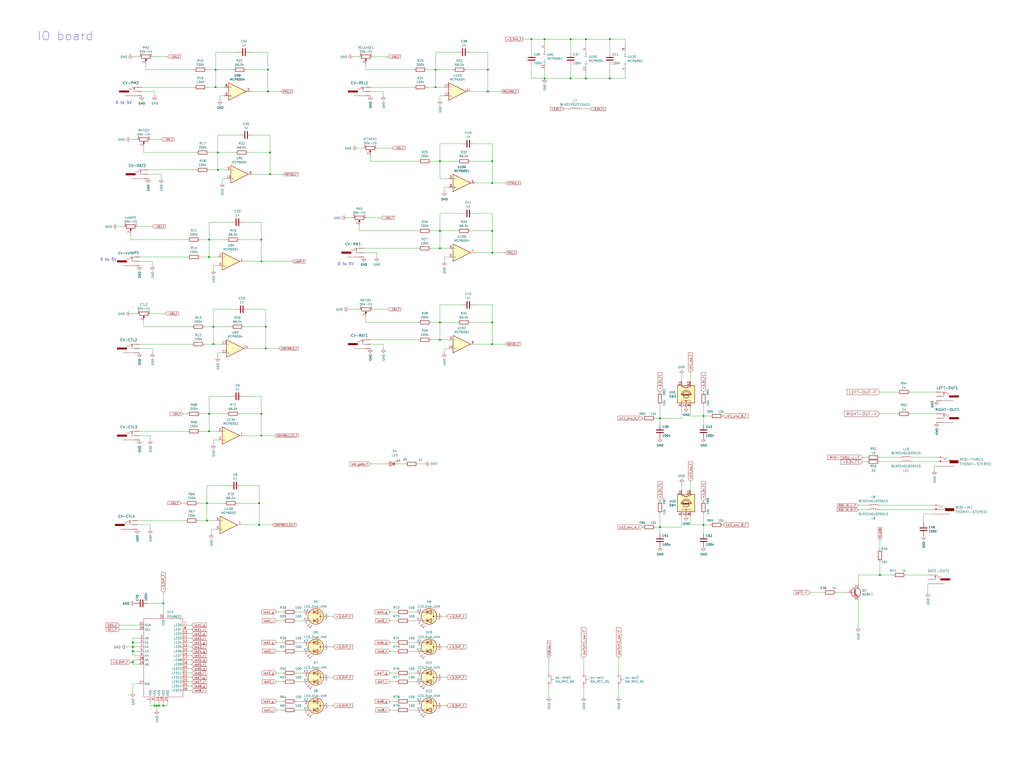
<source format=kicad_sch>
(kicad_sch (version 20211123) (generator eeschema)
  (paper "User" 597.103 450.037)
  (junction (at 317.5 22.86))
  (junction (at 284.48 40.64))
  (junction (at 77.47 379.73))
  (junction (at 256.54 93.98))
  (junction (at 287.02 187.96))
  (junction (at 332.74 22.86))
  (junction (at 384.81 243.84))
  (junction (at 77.47 374.65))
  (junction (at 410.21 242.57))
  (junction (at 120.65 303.53))
  (junction (at 256.54 134.62))
  (junction (at 121.92 251.46))
  (junction (at 95.25 411.48))
  (junction (at 120.65 293.37))
  (junction (at 124.46 190.5))
  (junction (at 121.92 139.7))
  (junction (at 77.47 377.19))
  (junction (at 154.94 190.5))
  (junction (at 152.4 152.4))
  (junction (at 125.73 40.64))
  (junction (at 256.54 187.96))
  (junction (at 157.48 88.9))
  (junction (at 309.88 22.86))
  (junction (at 254 50.8))
  (junction (at 256.54 198.12))
  (junction (at 90.17 411.48))
  (junction (at 154.94 203.2))
  (junction (at 152.4 241.3))
  (junction (at 287.02 93.98))
  (junction (at 121.92 241.3))
  (junction (at 284.48 53.34))
  (junction (at 127 88.9))
  (junction (at 152.4 254))
  (junction (at 410.21 306.07))
  (junction (at 127 99.06))
  (junction (at 341.63 45.72))
  (junction (at 124.46 200.66))
  (junction (at 121.92 149.86))
  (junction (at 156.21 40.64))
  (junction (at 254 40.64))
  (junction (at 287.02 147.32))
  (junction (at 156.21 53.34))
  (junction (at 91.44 411.48))
  (junction (at 157.48 101.6))
  (junction (at 151.13 306.07))
  (junction (at 287.02 200.66))
  (junction (at 355.6 45.72))
  (junction (at 125.73 50.8))
  (junction (at 151.13 293.37))
  (junction (at 513.08 335.28))
  (junction (at 332.74 45.72))
  (junction (at 384.81 307.34))
  (junction (at 317.5 45.72))
  (junction (at 256.54 144.78))
  (junction (at 341.63 22.86))
  (junction (at 92.71 411.48))
  (junction (at 287.02 106.68))
  (junction (at 152.4 139.7))
  (junction (at 95.25 351.79))
  (junction (at 355.6 22.86))
  (junction (at 287.02 134.62))
  (junction (at 77.47 386.08))
  (wire (pts (xy 287.02 93.98) (xy 287.02 106.68)))
  (wire (pts (xy 276.86 124.46) (xy 287.02 124.46)))
  (wire (pts (xy 203.2 180.34) (xy 209.55 180.34)))
  (wire (pts (xy 80.01 303.53) (xy 107.95 303.53)))
  (wire (pts (xy 87.63 254) (xy 87.63 256.54)))
  (wire (pts (xy 90.17 411.48) (xy 91.44 411.48)))
  (wire (pts (xy 355.6 45.72) (xy 341.63 45.72)))
  (wire (pts (xy 528.32 335.28) (xy 541.02 335.28)))
  (wire (pts (xy 284.48 53.34) (xy 274.32 53.34)))
  (wire (pts (xy 266.7 187.96) (xy 256.54 187.96)))
  (wire (pts (xy 120.65 50.8) (xy 125.73 50.8)))
  (wire (pts (xy 541.02 340.36) (xy 541.02 345.44)))
  (wire (pts (xy 95.25 408.94) (xy 95.25 411.48)))
  (wire (pts (xy 355.6 38.1) (xy 355.6 45.72)))
  (wire (pts (xy 513.08 294.64) (xy 543.56 294.64)))
  (wire (pts (xy 143.51 40.64) (xy 156.21 40.64)))
  (wire (pts (xy 83.82 186.69) (xy 83.82 190.5)))
  (wire (pts (xy 238.76 397.51) (xy 242.57 397.51)))
  (wire (pts (xy 355.6 22.86) (xy 364.49 22.86)))
  (wire (pts (xy 172.72 361.95) (xy 176.53 361.95)))
  (wire (pts (xy 156.21 53.34) (xy 146.05 53.34)))
  (wire (pts (xy 384.81 307.34) (xy 384.81 299.72)))
  (wire (pts (xy 309.88 30.48) (xy 309.88 22.86)))
  (wire (pts (xy 152.4 231.14) (xy 152.4 241.3)))
  (wire (pts (xy 513.08 335.28) (xy 500.38 335.28)))
  (wire (pts (xy 256.54 134.62) (xy 256.54 144.78)))
  (wire (pts (xy 172.72 414.02) (xy 176.53 414.02)))
  (wire (pts (xy 124.46 154.94) (xy 124.46 157.48)))
  (wire (pts (xy 127 154.94) (xy 124.46 154.94)))
  (wire (pts (xy 530.86 241.3) (xy 546.1 241.3)))
  (wire (pts (xy 238.76 408.94) (xy 242.57 408.94)))
  (wire (pts (xy 87.63 182.88) (xy 96.52 182.88)))
  (wire (pts (xy 261.62 109.22) (xy 259.08 109.22)))
  (wire (pts (xy 384.81 243.84) (xy 384.81 236.22)))
  (wire (pts (xy 146.05 30.48) (xy 156.21 30.48)))
  (wire (pts (xy 266.7 30.48) (xy 254 30.48)))
  (wire (pts (xy 382.27 307.34) (xy 384.81 307.34)))
  (wire (pts (xy 172.72 392.43) (xy 176.53 392.43)))
  (wire (pts (xy 139.7 139.7) (xy 152.4 139.7)))
  (wire (pts (xy 227.33 356.87) (xy 231.14 356.87)))
  (wire (pts (xy 205.74 33.02) (xy 209.55 33.02)))
  (wire (pts (xy 402.59 242.57) (xy 410.21 242.57)))
  (wire (pts (xy 209.55 134.62) (xy 243.84 134.62)))
  (wire (pts (xy 209.55 130.81) (xy 209.55 134.62)))
  (wire (pts (xy 341.63 22.86) (xy 355.6 22.86)))
  (wire (pts (xy 77.47 372.11) (xy 77.47 374.65)))
  (wire (pts (xy 109.22 374.65) (xy 111.76 374.65)))
  (wire (pts (xy 95.25 345.44) (xy 95.25 351.79)))
  (wire (pts (xy 309.88 45.72) (xy 317.5 45.72)))
  (wire (pts (xy 227.33 392.43) (xy 231.14 392.43)))
  (wire (pts (xy 157.48 88.9) (xy 157.48 101.6)))
  (wire (pts (xy 125.73 308.61) (xy 123.19 308.61)))
  (wire (pts (xy 95.25 351.79) (xy 95.25 358.14)))
  (wire (pts (xy 125.73 30.48) (xy 125.73 40.64)))
  (wire (pts (xy 81.28 149.86) (xy 109.22 149.86)))
  (wire (pts (xy 76.2 139.7) (xy 109.22 139.7)))
  (wire (pts (xy 127 99.06) (xy 132.08 99.06)))
  (wire (pts (xy 85.09 36.83) (xy 85.09 40.64)))
  (wire (pts (xy 397.51 237.49) (xy 397.51 243.84)))
  (wire (pts (xy 109.22 389.89) (xy 111.76 389.89)))
  (wire (pts (xy 156.21 30.48) (xy 156.21 40.64)))
  (wire (pts (xy 271.78 40.64) (xy 284.48 40.64)))
  (wire (pts (xy 287.02 134.62) (xy 287.02 147.32)))
  (wire (pts (xy 77.47 374.65) (xy 81.28 374.65)))
  (wire (pts (xy 86.36 351.79) (xy 95.25 351.79)))
  (wire (pts (xy 215.9 198.12) (xy 243.84 198.12)))
  (wire (pts (xy 81.28 254) (xy 87.63 254)))
  (wire (pts (xy 259.08 149.86) (xy 259.08 152.4)))
  (wire (pts (xy 125.73 40.64) (xy 125.73 50.8)))
  (wire (pts (xy 127 88.9) (xy 127 99.06)))
  (wire (pts (xy 257.81 359.41) (xy 260.35 359.41)))
  (wire (pts (xy 505.46 266.7) (xy 502.92 266.7)))
  (wire (pts (xy 513.08 335.28) (xy 520.7 335.28)))
  (wire (pts (xy 128.27 55.88) (xy 128.27 58.42)))
  (wire (pts (xy 172.72 397.51) (xy 176.53 397.51)))
  (wire (pts (xy 215.9 53.34) (xy 223.52 53.34)))
  (wire (pts (xy 161.29 374.65) (xy 165.1 374.65)))
  (wire (pts (xy 223.52 200.66) (xy 223.52 203.2)))
  (wire (pts (xy 115.57 293.37) (xy 120.65 293.37)))
  (wire (pts (xy 355.6 22.86) (xy 355.6 30.48)))
  (wire (pts (xy 77.47 398.78) (xy 77.47 403.86)))
  (wire (pts (xy 119.38 200.66) (xy 124.46 200.66)))
  (wire (pts (xy 538.48 299.72) (xy 538.48 304.8)))
  (wire (pts (xy 120.65 293.37) (xy 120.65 303.53)))
  (wire (pts (xy 109.22 397.51) (xy 111.76 397.51)))
  (wire (pts (xy 86.36 101.6) (xy 93.98 101.6)))
  (wire (pts (xy 121.92 149.86) (xy 127 149.86)))
  (wire (pts (xy 256.54 177.8) (xy 256.54 187.96)))
  (wire (pts (xy 83.82 190.5) (xy 111.76 190.5)))
  (wire (pts (xy 317.5 45.72) (xy 332.74 45.72)))
  (wire (pts (xy 259.08 203.2) (xy 259.08 205.74)))
  (wire (pts (xy 144.78 180.34) (xy 154.94 180.34)))
  (wire (pts (xy 269.24 177.8) (xy 256.54 177.8)))
  (wire (pts (xy 227.33 397.51) (xy 231.14 397.51)))
  (wire (pts (xy 95.25 411.48) (xy 97.79 411.48)))
  (wire (pts (xy 77.47 382.27) (xy 77.47 379.73)))
  (wire (pts (xy 227.33 361.95) (xy 231.14 361.95)))
  (wire (pts (xy 156.21 40.64) (xy 156.21 53.34)))
  (wire (pts (xy 238.76 361.95) (xy 242.57 361.95)))
  (wire (pts (xy 124.46 180.34) (xy 124.46 190.5)))
  (wire (pts (xy 172.72 374.65) (xy 176.53 374.65)))
  (wire (pts (xy 402.59 300.99) (xy 402.59 306.07)))
  (wire (pts (xy 130.81 55.88) (xy 128.27 55.88)))
  (wire (pts (xy 132.08 139.7) (xy 121.92 139.7)))
  (wire (pts (xy 80.01 182.88) (xy 76.2 182.88)))
  (wire (pts (xy 152.4 139.7) (xy 152.4 152.4)))
  (wire (pts (xy 284.48 53.34) (xy 292.1 53.34)))
  (wire (pts (xy 215.9 93.98) (xy 243.84 93.98)))
  (wire (pts (xy 76.2 386.08) (xy 77.47 386.08)))
  (wire (pts (xy 152.4 241.3) (xy 152.4 254)))
  (wire (pts (xy 172.72 379.73) (xy 176.53 379.73)))
  (wire (pts (xy 127 256.54) (xy 124.46 256.54)))
  (wire (pts (xy 120.65 303.53) (xy 125.73 303.53)))
  (wire (pts (xy 80.01 132.08) (xy 88.9 132.08)))
  (wire (pts (xy 81.28 152.4) (xy 88.9 152.4)))
  (wire (pts (xy 523.24 228.6) (xy 513.08 228.6)))
  (wire (pts (xy 72.39 132.08) (xy 68.58 132.08)))
  (wire (pts (xy 83.82 85.09) (xy 83.82 88.9)))
  (wire (pts (xy 259.08 109.22) (xy 259.08 111.76)))
  (wire (pts (xy 532.13 266.7) (xy 546.1 266.7)))
  (wire (pts (xy 213.36 184.15) (xy 213.36 187.96)))
  (wire (pts (xy 251.46 198.12) (xy 256.54 198.12)))
  (wire (pts (xy 134.62 190.5) (xy 124.46 190.5)))
  (wire (pts (xy 191.77 394.97) (xy 194.31 394.97)))
  (wire (pts (xy 93.98 101.6) (xy 93.98 104.14)))
  (wire (pts (xy 105.41 293.37) (xy 107.95 293.37)))
  (wire (pts (xy 154.94 190.5) (xy 154.94 203.2)))
  (wire (pts (xy 332.74 45.72) (xy 341.63 45.72)))
  (wire (pts (xy 274.32 187.96) (xy 287.02 187.96)))
  (wire (pts (xy 309.88 22.86) (xy 304.8 22.86)))
  (wire (pts (xy 109.22 402.59) (xy 111.76 402.59)))
  (wire (pts (xy 137.16 88.9) (xy 127 88.9)))
  (wire (pts (xy 217.17 33.02) (xy 226.06 33.02)))
  (wire (pts (xy 287.02 83.82) (xy 287.02 93.98)))
  (wire (pts (xy 513.08 266.7) (xy 524.51 266.7)))
  (wire (pts (xy 472.44 345.44) (xy 480.06 345.44)))
  (wire (pts (xy 505.46 294.64) (xy 500.38 294.64)))
  (wire (pts (xy 130.81 293.37) (xy 120.65 293.37)))
  (wire (pts (xy 77.47 379.73) (xy 81.28 379.73)))
  (wire (pts (xy 77.47 387.35) (xy 81.28 387.35)))
  (wire (pts (xy 546.1 271.78) (xy 544.83 271.78)))
  (wire (pts (xy 410.21 306.07) (xy 414.02 306.07)))
  (wire (pts (xy 82.55 50.8) (xy 113.03 50.8)))
  (wire (pts (xy 77.47 384.81) (xy 77.47 386.08)))
  (wire (pts (xy 513.08 327.66) (xy 513.08 335.28)))
  (wire (pts (xy 121.92 241.3) (xy 121.92 251.46)))
  (wire (pts (xy 364.49 45.72) (xy 355.6 45.72)))
  (wire (pts (xy 213.36 127) (xy 222.25 127)))
  (wire (pts (xy 121.92 129.54) (xy 121.92 139.7)))
  (wire (pts (xy 543.56 299.72) (xy 538.48 299.72)))
  (wire (pts (xy 152.4 254) (xy 142.24 254)))
  (wire (pts (xy 544.83 271.78) (xy 544.83 274.32)))
  (wire (pts (xy 127 78.74) (xy 127 88.9)))
  (wire (pts (xy 238.76 379.73) (xy 242.57 379.73)))
  (wire (pts (xy 172.72 408.94) (xy 176.53 408.94)))
  (wire (pts (xy 91.44 414.02) (xy 91.44 411.48)))
  (wire (pts (xy 123.19 308.61) (xy 123.19 311.15)))
  (wire (pts (xy 287.02 177.8) (xy 287.02 187.96)))
  (wire (pts (xy 77.47 374.65) (xy 77.47 377.19)))
  (wire (pts (xy 119.38 190.5) (xy 124.46 190.5)))
  (wire (pts (xy 254 30.48) (xy 254 40.64)))
  (wire (pts (xy 151.13 283.21) (xy 151.13 293.37)))
  (wire (pts (xy 340.36 401.32) (xy 340.36 406.4)))
  (wire (pts (xy 121.92 231.14) (xy 121.92 241.3)))
  (wire (pts (xy 397.51 243.84) (xy 384.81 243.84)))
  (wire (pts (xy 151.13 306.07) (xy 140.97 306.07)))
  (wire (pts (xy 82.55 53.34) (xy 90.17 53.34)))
  (wire (pts (xy 154.94 203.2) (xy 144.78 203.2)))
  (wire (pts (xy 274.32 93.98) (xy 287.02 93.98)))
  (wire (pts (xy 238.76 414.02) (xy 242.57 414.02)))
  (wire (pts (xy 81.28 203.2) (xy 88.9 203.2)))
  (wire (pts (xy 129.54 104.14) (xy 129.54 106.68)))
  (wire (pts (xy 172.72 356.87) (xy 176.53 356.87)))
  (wire (pts (xy 241.3 40.64) (xy 213.36 40.64)))
  (wire (pts (xy 287.02 147.32) (xy 294.64 147.32)))
  (wire (pts (xy 364.49 22.86) (xy 364.49 26.67)))
  (wire (pts (xy 259.08 55.88) (xy 256.54 55.88)))
  (wire (pts (xy 309.88 22.86) (xy 317.5 22.86)))
  (wire (pts (xy 87.63 306.07) (xy 87.63 308.61)))
  (wire (pts (xy 109.22 372.11) (xy 111.76 372.11)))
  (wire (pts (xy 340.36 383.54) (xy 340.36 391.16)))
  (wire (pts (xy 251.46 93.98) (xy 256.54 93.98)))
  (wire (pts (xy 121.92 99.06) (xy 127 99.06)))
  (wire (pts (xy 88.9 33.02) (xy 97.79 33.02)))
  (wire (pts (xy 251.46 187.96) (xy 256.54 187.96)))
  (wire (pts (xy 116.84 139.7) (xy 121.92 139.7)))
  (wire (pts (xy 154.94 203.2) (xy 162.56 203.2)))
  (wire (pts (xy 92.71 408.94) (xy 92.71 411.48)))
  (wire (pts (xy 500.38 350.52) (xy 500.38 365.76)))
  (wire (pts (xy 500.38 335.28) (xy 500.38 340.36)))
  (wire (pts (xy 140.97 283.21) (xy 151.13 283.21)))
  (wire (pts (xy 90.17 53.34) (xy 90.17 55.88)))
  (wire (pts (xy 76.2 135.89) (xy 76.2 139.7)))
  (wire (pts (xy 238.76 392.43) (xy 242.57 392.43)))
  (wire (pts (xy 254 40.64) (xy 254 50.8)))
  (wire (pts (xy 92.71 411.48) (xy 95.25 411.48)))
  (wire (pts (xy 81.28 372.11) (xy 77.47 372.11)))
  (wire (pts (xy 274.32 134.62) (xy 287.02 134.62)))
  (wire (pts (xy 81.28 251.46) (xy 109.22 251.46)))
  (wire (pts (xy 317.5 25.4) (xy 317.5 22.86)))
  (wire (pts (xy 137.16 180.34) (xy 124.46 180.34)))
  (wire (pts (xy 138.43 293.37) (xy 151.13 293.37)))
  (wire (pts (xy 227.33 374.65) (xy 231.14 374.65)))
  (wire (pts (xy 397.51 307.34) (xy 384.81 307.34)))
  (wire (pts (xy 77.47 377.19) (xy 81.28 377.19)))
  (wire (pts (xy 287.02 106.68) (xy 294.64 106.68)))
  (wire (pts (xy 287.02 200.66) (xy 276.86 200.66)))
  (wire (pts (xy 487.68 345.44) (xy 492.76 345.44)))
  (wire (pts (xy 530.86 228.6) (xy 546.1 228.6)))
  (wire (pts (xy 219.71 86.36) (xy 228.6 86.36)))
  (wire (pts (xy 215.9 270.51) (xy 224.79 270.51)))
  (wire (pts (xy 410.21 306.07) (xy 410.21 311.15)))
  (wire (pts (xy 410.21 242.57) (xy 410.21 247.65)))
  (wire (pts (xy 116.84 241.3) (xy 121.92 241.3)))
  (wire (pts (xy 269.24 124.46) (xy 256.54 124.46)))
  (wire (pts (xy 77.47 386.08) (xy 77.47 387.35)))
  (wire (pts (xy 331.47 63.5) (xy 328.93 63.5)))
  (wire (pts (xy 157.48 78.74) (xy 157.48 88.9)))
  (wire (pts (xy 154.94 180.34) (xy 154.94 190.5)))
  (wire (pts (xy 132.08 104.14) (xy 129.54 104.14)))
  (wire (pts (xy 152.4 152.4) (xy 142.24 152.4)))
  (wire (pts (xy 152.4 129.54) (xy 152.4 139.7)))
  (wire (pts (xy 120.65 283.21) (xy 120.65 293.37)))
  (wire (pts (xy 274.32 30.48) (xy 284.48 30.48)))
  (wire (pts (xy 147.32 78.74) (xy 157.48 78.74)))
  (wire (pts (xy 402.59 237.49) (xy 402.59 242.57)))
  (wire (pts (xy 157.48 101.6) (xy 165.1 101.6)))
  (wire (pts (xy 287.02 106.68) (xy 276.86 106.68)))
  (wire (pts (xy 106.68 241.3) (xy 109.22 241.3)))
  (wire (pts (xy 248.92 40.64) (xy 254 40.64)))
  (wire (pts (xy 257.81 411.48) (xy 260.35 411.48)))
  (wire (pts (xy 364.49 41.91) (xy 364.49 45.72)))
  (wire (pts (xy 208.28 86.36) (xy 212.09 86.36)))
  (wire (pts (xy 269.24 83.82) (xy 256.54 83.82)))
  (wire (pts (xy 287.02 147.32) (xy 276.86 147.32)))
  (wire (pts (xy 135.89 40.64) (xy 125.73 40.64)))
  (wire (pts (xy 127 205.74) (xy 127 208.28)))
  (wire (pts (xy 69.85 367.03) (xy 81.28 367.03)))
  (wire (pts (xy 256.54 104.14) (xy 261.62 104.14)))
  (wire (pts (xy 151.13 306.07) (xy 158.75 306.07)))
  (wire (pts (xy 170.18 152.4) (xy 152.4 152.4)))
  (wire (pts (xy 109.22 400.05) (xy 111.76 400.05)))
  (wire (pts (xy 513.08 269.24) (xy 524.51 269.24)))
  (wire (pts (xy 121.92 251.46) (xy 127 251.46)))
  (wire (pts (xy 129.54 205.74) (xy 127 205.74)))
  (wire (pts (xy 161.29 356.87) (xy 165.1 356.87)))
  (wire (pts (xy 317.5 22.86) (xy 332.74 22.86)))
  (wire (pts (xy 161.29 408.94) (xy 165.1 408.94)))
  (wire (pts (xy 88.9 152.4) (xy 88.9 154.94)))
  (wire (pts (xy 86.36 99.06) (xy 114.3 99.06)))
  (wire (pts (xy 261.62 149.86) (xy 259.08 149.86)))
  (wire (pts (xy 161.29 361.95) (xy 165.1 361.95)))
  (wire (pts (xy 505.46 269.24) (xy 502.92 269.24)))
  (wire (pts (xy 276.86 83.82) (xy 287.02 83.82)))
  (wire (pts (xy 264.16 40.64) (xy 254 40.64)))
  (wire (pts (xy 81.28 398.78) (xy 77.47 398.78)))
  (wire (pts (xy 132.08 241.3) (xy 121.92 241.3)))
  (wire (pts (xy 109.22 382.27) (xy 111.76 382.27)))
  (wire (pts (xy 151.13 293.37) (xy 151.13 306.07)))
  (wire (pts (xy 213.36 36.83) (xy 213.36 40.64)))
  (wire (pts (xy 339.09 63.5) (xy 344.17 63.5)))
  (wire (pts (xy 360.68 383.54) (xy 360.68 391.16)))
  (wire (pts (xy 91.44 411.48) (xy 92.71 411.48)))
  (wire (pts (xy 257.81 377.19) (xy 260.35 377.19)))
  (wire (pts (xy 360.68 401.32) (xy 360.68 406.4)))
  (wire (pts (xy 251.46 134.62) (xy 256.54 134.62)))
  (wire (pts (xy 109.22 384.81) (xy 111.76 384.81)))
  (wire (pts (xy 257.81 394.97) (xy 260.35 394.97)))
  (wire (pts (xy 134.62 231.14) (xy 121.92 231.14)))
  (wire (pts (xy 243.84 270.51) (xy 247.65 270.51)))
  (wire (pts (xy 223.52 53.34) (xy 223.52 55.88)))
  (wire (pts (xy 115.57 303.53) (xy 120.65 303.53)))
  (wire (pts (xy 232.41 270.51) (xy 236.22 270.51)))
  (wire (pts (xy 139.7 241.3) (xy 152.4 241.3)))
  (wire (pts (xy 256.54 83.82) (xy 256.54 93.98)))
  (wire (pts (xy 238.76 374.65) (xy 242.57 374.65)))
  (wire (pts (xy 217.17 180.34) (xy 226.06 180.34)))
  (wire (pts (xy 109.22 379.73) (xy 111.76 379.73)))
  (wire (pts (xy 80.01 306.07) (xy 87.63 306.07)))
  (wire (pts (xy 215.9 200.66) (xy 223.52 200.66)))
  (wire (pts (xy 134.62 129.54) (xy 121.92 129.54)))
  (wire (pts (xy 90.17 408.94) (xy 90.17 411.48)))
  (wire (pts (xy 109.22 367.03) (xy 111.76 367.03)))
  (wire (pts (xy 138.43 30.48) (xy 125.73 30.48)))
  (wire (pts (xy 81.28 384.81) (xy 77.47 384.81)))
  (wire (pts (xy 85.09 40.64) (xy 113.03 40.64)))
  (wire (pts (xy 87.63 408.94) (xy 87.63 411.48)))
  (wire (pts (xy 73.66 377.19) (xy 77.47 377.19)))
  (wire (pts (xy 121.92 88.9) (xy 127 88.9)))
  (wire (pts (xy 133.35 283.21) (xy 120.65 283.21)))
  (wire (pts (xy 410.21 236.22) (xy 410.21 242.57)))
  (wire (pts (xy 317.5 40.64) (xy 317.5 45.72)))
  (wire (pts (xy 287.02 124.46) (xy 287.02 134.62)))
  (wire (pts (xy 287.02 187.96) (xy 287.02 200.66)))
  (wire (pts (xy 161.29 379.73) (xy 165.1 379.73)))
  (wire (pts (xy 382.27 243.84) (xy 384.81 243.84)))
  (wire (pts (xy 384.81 247.65) (xy 384.81 243.84)))
  (wire (pts (xy 320.04 401.32) (xy 320.04 406.4)))
  (wire (pts (xy 81.28 200.66) (xy 111.76 200.66)))
  (wire (pts (xy 161.29 397.51) (xy 165.1 397.51)))
  (wire (pts (xy 80.01 81.28) (xy 76.2 81.28)))
  (wire (pts (xy 124.46 200.66) (xy 129.54 200.66)))
  (wire (pts (xy 124.46 190.5) (xy 124.46 200.66)))
  (wire (pts (xy 227.33 414.02) (xy 231.14 414.02)))
  (wire (pts (xy 109.22 369.57) (xy 111.76 369.57)))
  (wire (pts (xy 332.74 30.48) (xy 332.74 22.86)))
  (wire (pts (xy 513.08 297.18) (xy 543.56 297.18)))
  (wire (pts (xy 251.46 144.78) (xy 256.54 144.78)))
  (wire (pts (xy 157.48 101.6) (xy 147.32 101.6)))
  (wire (pts (xy 156.21 53.34) (xy 163.83 53.34)))
  (wire (pts (xy 77.47 33.02) (xy 81.28 33.02)))
  (wire (pts (xy 256.54 124.46) (xy 256.54 134.62)))
  (wire (pts (xy 284.48 40.64) (xy 284.48 53.34)))
  (wire (pts (xy 332.74 38.1) (xy 332.74 45.72)))
  (wire (pts (xy 256.54 93.98) (xy 256.54 104.14)))
  (wire (pts (xy 227.33 379.73) (xy 231.14 379.73)))
  (wire (pts (xy 161.29 392.43) (xy 165.1 392.43)))
  (wire (pts (xy 109.22 394.97) (xy 111.76 394.97)))
  (wire (pts (xy 287.02 200.66) (xy 294.64 200.66)))
  (wire (pts (xy 397.51 218.44) (xy 397.51 222.25)))
  (wire (pts (xy 116.84 149.86) (xy 121.92 149.86)))
  (wire (pts (xy 213.36 187.96) (xy 243.84 187.96)))
  (wire (pts (xy 109.22 377.19) (xy 111.76 377.19)))
  (wire (pts (xy 87.63 81.28) (xy 93.98 81.28)))
  (wire (pts (xy 201.93 127) (xy 205.74 127)))
  (wire (pts (xy 266.7 134.62) (xy 256.54 134.62)))
  (wire (pts (xy 532.13 269.24) (xy 546.1 269.24)))
  (wire (pts (xy 144.78 88.9) (xy 157.48 88.9)))
  (wire (pts (xy 513.08 320.04) (xy 513.08 314.96)))
  (wire (pts (xy 69.85 364.49) (xy 81.28 364.49)))
  (wire (pts (xy 124.46 256.54) (xy 124.46 259.08)))
  (wire (pts (xy 215.9 90.17) (xy 215.9 93.98)))
  (wire (pts (xy 341.63 26.67) (xy 341.63 22.86)))
  (wire (pts (xy 116.84 251.46) (xy 121.92 251.46)))
  (wire (pts (xy 161.29 414.02) (xy 165.1 414.02)))
  (wire (pts (xy 212.09 147.32) (xy 219.71 147.32)))
  (wire (pts (xy 238.76 356.87) (xy 242.57 356.87)))
  (wire (pts (xy 142.24 231.14) (xy 152.4 231.14)))
  (wire (pts (xy 83.82 88.9) (xy 114.3 88.9)))
  (wire (pts (xy 402.59 306.07) (xy 410.21 306.07)))
  (wire (pts (xy 212.09 144.78) (xy 243.84 144.78)))
  (wire (pts (xy 410.21 299.72) (xy 410.21 306.07)))
  (wire (pts (xy 248.92 50.8) (xy 254 50.8)))
  (wire (pts (xy 191.77 411.48) (xy 194.31 411.48)))
  (wire (pts (xy 109.22 387.35) (xy 111.76 387.35)))
  (wire (pts (xy 139.7 78.74) (xy 127 78.74)))
  (wire (pts (xy 109.22 392.43) (xy 111.76 392.43)))
  (wire (pts (xy 309.88 38.1) (xy 309.88 45.72)))
  (wire (pts (xy 256.54 55.88) (xy 256.54 58.42)))
  (wire (pts (xy 523.24 241.3) (xy 513.08 241.3)))
  (wire (pts (xy 227.33 408.94) (xy 231.14 408.94)))
  (wire (pts (xy 215.9 50.8) (xy 241.3 50.8)))
  (wire (pts (xy 341.63 41.91) (xy 341.63 45.72)))
  (wire (pts (xy 256.54 187.96) (xy 256.54 198.12)))
  (wire (pts (xy 87.63 411.48) (xy 90.17 411.48)))
  (wire (pts (xy 152.4 254) (xy 160.02 254)))
  (wire (pts (xy 191.77 359.41) (xy 194.31 359.41)))
  (wire (pts (xy 97.79 411.48) (xy 97.79 408.94)))
  (wire (pts (xy 125.73 50.8) (xy 130.81 50.8)))
  (wire (pts (xy 397.51 300.99) (xy 397.51 307.34)))
  (wire (pts (xy 219.71 147.32) (xy 219.71 149.86)))
  (wire (pts (xy 121.92 139.7) (xy 121.92 149.86)))
  (wire (pts (xy 402.59 280.67) (xy 402.59 285.75)))
  (wire (pts (xy 332.74 22.86) (xy 341.63 22.86)))
  (wire (pts (xy 505.46 297.18) (xy 500.38 297.18)))
  (wire (pts (xy 254 50.8) (xy 259.08 50.8)))
  (wire (pts (xy 81.28 382.27) (xy 77.47 382.27)))
  (wire (pts (xy 142.24 190.5) (xy 154.94 190.5)))
  (wire (pts (xy 261.62 203.2) (xy 259.08 203.2)))
  (wire (pts (xy 266.7 93.98) (xy 256.54 93.98)))
  (wire (pts (xy 142.24 129.54) (xy 152.4 129.54)))
  (wire (pts (xy 320.04 383.54) (xy 320.04 391.16)))
  (wire (pts (xy 256.54 144.78) (xy 261.62 144.78)))
  (wire (pts (xy 410.21 242.57) (xy 414.02 242.57)))
  (wire (pts (xy 397.51 281.94) (xy 397.51 285.75)))
  (wire (pts (xy 402.59 217.17) (xy 402.59 222.25)))
  (wire (pts (xy 88.9 203.2) (xy 88.9 205.74)))
  (wire (pts (xy 191.77 377.19) (xy 194.31 377.19)))
  (wire (pts (xy 109.22 364.49) (xy 111.76 364.49)))
  (wire (pts (xy 384.81 311.15) (xy 384.81 307.34)))
  (wire (pts (xy 77.47 379.73) (xy 77.47 377.19)))
  (wire (pts (xy 256.54 198.12) (xy 261.62 198.12)))
  (wire (pts (xy 120.65 40.64) (xy 125.73 40.64)))
  (wire (pts (xy 284.48 30.48) (xy 284.48 40.64)))
  (wire (pts (xy 276.86 177.8) (xy 287.02 177.8)))
  (text "0 to 5V" (at 67.31 60.96 0) (effects (font (size 1.6256 1.6256)) (justify left bottom)))
  (text "0 to 5V" (at 196.85 154.94 0) (effects (font (size 1.6256 1.6256)) (justify left bottom)))
  (text "IO board" (at 21.59 24.13 0) (effects (font (size 5.0038 5.0038)) (justify left bottom)))
  (text "0 to 5V" (at 58.42 152.4 0) (effects (font (size 1.6256 1.6256)) (justify left bottom)))
  (global_label "led8_g" (shape input) (at 111.76 400.05 0) (property "Intersheet References" "${INTERSHEET_REFS}" (effects hide)))
  (global_label "led1_r" (shape input) (at 111.76 367.03 0) (property "Intersheet References" "${INTERSHEET_REFS}" (effects hide)))
  (global_label "led3_r" (shape input) (at 161.29 397.51 180) (property "Intersheet References" "${INTERSHEET_REFS}" (effects hide)))
  (global_label "-10V_F" (shape input) (at 106.68 241.3 180) (effects (font (size 1.016 1.016))) (property "Intersheet References" "${INTERSHEET_REFS}" (effects hide)))
  (global_label "+3.3V_F1" (shape input) (at 502.92 269.24 180) (effects (font (size 1.4224 1.4224))) (property "Intersheet References" "${INTERSHEET_REFS}" (effects hide)))
  (global_label "led4_g" (shape input) (at 111.76 379.73 0) (property "Intersheet References" "${INTERSHEET_REFS}" (effects hide)))
  (global_label "led7_r" (shape input) (at 111.76 397.51 0) (property "Intersheet References" "${INTERSHEET_REFS}" (effects hide)))
  (global_label "+3.3V_F" (shape input) (at 328.93 63.5 180) (effects (font (size 1.016 1.016))) (property "Intersheet References" "${INTERSHEET_REFS}" (effects hide)))
  (global_label "ctl2_enc_A_F" (shape input) (at 374.65 307.34 180) (property "Intersheet References" "${INTERSHEET_REFS}" (effects hide)))
  (global_label "led5_g" (shape input) (at 111.76 384.81 0) (property "Intersheet References" "${INTERSHEET_REFS}" (effects hide)))
  (global_label "led7_g" (shape input) (at 227.33 392.43 180) (property "Intersheet References" "${INTERSHEET_REFS}" (effects hide)))
  (global_label "5V_USB" (shape input) (at 513.08 314.96 90) (effects (font (size 1.016 1.016))) (property "Intersheet References" "${INTERSHEET_REFS}" (effects hide)))
  (global_label "led8_r" (shape input) (at 111.76 402.59 0) (property "Intersheet References" "${INTERSHEET_REFS}" (effects hide)))
  (global_label "led7_r" (shape input) (at 227.33 397.51 180) (property "Intersheet References" "${INTERSHEET_REFS}" (effects hide)))
  (global_label "+3.3VA_F" (shape passive) (at 304.8 22.86 180) (property "Intersheet References" "${INTERSHEET_REFS}" (effects hide)))
  (global_label "led3_r" (shape input) (at 111.76 377.19 0) (property "Intersheet References" "${INTERSHEET_REFS}" (effects hide)))
  (global_label "switch2_sw-F" (shape input) (at 360.68 383.54 90) (effects (font (size 1.4224 1.4224))) (property "Intersheet References" "${INTERSHEET_REFS}" (effects hide)))
  (global_label "led1_r" (shape input) (at 161.29 361.95 180) (property "Intersheet References" "${INTERSHEET_REFS}" (effects hide)))
  (global_label "-10V_F" (shape input) (at 105.41 293.37 180) (effects (font (size 1.016 1.016))) (property "Intersheet References" "${INTERSHEET_REFS}" (effects hide)))
  (global_label "-10V_F" (shape input) (at 88.9 132.08 0) (effects (font (size 1.016 1.016))) (property "Intersheet References" "${INTERSHEET_REFS}" (effects hide)))
  (global_label "+3.3VP_F" (shape input) (at 260.35 394.97 0) (property "Intersheet References" "${INTERSHEET_REFS}" (effects hide)))
  (global_label "led4_r" (shape input) (at 111.76 382.27 0) (property "Intersheet References" "${INTERSHEET_REFS}" (effects hide)))
  (global_label "-10V_F" (shape input) (at 228.6 86.36 0) (effects (font (size 1.016 1.016))) (property "Intersheet References" "${INTERSHEET_REFS}" (effects hide)))
  (global_label "+3.3V_F1" (shape input) (at 384.81 228.6 90) (property "Intersheet References" "${INTERSHEET_REFS}" (effects hide)))
  (global_label "led8_g" (shape input) (at 227.33 408.94 180) (property "Intersheet References" "${INTERSHEET_REFS}" (effects hide)))
  (global_label "led3_g" (shape input) (at 111.76 374.65 0) (property "Intersheet References" "${INTERSHEET_REFS}" (effects hide)))
  (global_label "-10V_F" (shape input) (at 222.25 127 0) (effects (font (size 1.016 1.016))) (property "Intersheet References" "${INTERSHEET_REFS}" (effects hide)))
  (global_label "ctl1_sw_F" (shape input) (at 402.59 217.17 90) (property "Intersheet References" "${INTERSHEET_REFS}" (effects hide)))
  (global_label "ctl1_enc_B_F" (shape input) (at 421.64 242.57 0) (property "Intersheet References" "${INTERSHEET_REFS}" (effects hide)))
  (global_label "PM2_F" (shape input) (at 163.83 53.34 0) (effects (font (size 1.016 1.016))) (property "Intersheet References" "${INTERSHEET_REFS}" (effects hide)))
  (global_label "LEFT-OUT-F" (shape input) (at 513.08 228.6 180) (effects (font (size 1.6764 1.6764))) (property "Intersheet References" "${INTERSHEET_REFS}" (effects hide)))
  (global_label "CONTROL2_CV_F" (shape input) (at 158.75 306.07 0) (effects (font (size 1.016 1.016))) (property "Intersheet References" "${INTERSHEET_REFS}" (effects hide)))
  (global_label "cutoff_f" (shape input) (at 170.18 152.4 0) (effects (font (size 1.016 1.016))) (property "Intersheet References" "${INTERSHEET_REFS}" (effects hide)))
  (global_label "+3.3VP_F" (shape input) (at 260.35 411.48 0) (property "Intersheet References" "${INTERSHEET_REFS}" (effects hide)))
  (global_label "MIDI-THRU-L-F" (shape input) (at 502.92 266.7 180) (effects (font (size 1.4224 1.4224))) (property "Intersheet References" "${INTERSHEET_REFS}" (effects hide)))
  (global_label "+3.3VP_F" (shape input) (at 194.31 411.48 0) (property "Intersheet References" "${INTERSHEET_REFS}" (effects hide)))
  (global_label "CONTROL1_CV_F" (shape input) (at 160.02 254 0) (effects (font (size 1.016 1.016))) (property "Intersheet References" "${INTERSHEET_REFS}" (effects hide)))
  (global_label "PM1_F" (shape input) (at 294.64 147.32 0) (effects (font (size 1.016 1.016))) (property "Intersheet References" "${INTERSHEET_REFS}" (effects hide)))
  (global_label "led2_g" (shape input) (at 161.29 374.65 180) (property "Intersheet References" "${INTERSHEET_REFS}" (effects hide)))
  (global_label "led4_r" (shape input) (at 161.29 414.02 180) (property "Intersheet References" "${INTERSHEET_REFS}" (effects hide)))
  (global_label "led6_r" (shape input) (at 111.76 392.43 0) (property "Intersheet References" "${INTERSHEET_REFS}" (effects hide)))
  (global_label "SCL_F" (shape input) (at 69.85 367.03 180) (property "Intersheet References" "${INTERSHEET_REFS}" (effects hide)))
  (global_label "led5_r" (shape input) (at 111.76 387.35 0) (property "Intersheet References" "${INTERSHEET_REFS}" (effects hide)))
  (global_label "switch1_sw-F" (shape input) (at 340.36 383.54 90) (effects (font (size 1.4224 1.4224))) (property "Intersheet References" "${INTERSHEET_REFS}" (effects hide)))
  (global_label "RATIO1_F" (shape input) (at 294.64 200.66 0) (effects (font (size 1.016 1.016))) (property "Intersheet References" "${INTERSHEET_REFS}" (effects hide)))
  (global_label "RIGHT-OUT-F" (shape input) (at 513.08 241.3 180) (effects (font (size 1.6764 1.6764))) (property "Intersheet References" "${INTERSHEET_REFS}" (effects hide)))
  (global_label "RATIO2_F" (shape input) (at 165.1 101.6 0) (effects (font (size 1.016 1.016))) (property "Intersheet References" "${INTERSHEET_REFS}" (effects hide)))
  (global_label "ctl2_enc_B_F" (shape input) (at 421.64 306.07 0) (property "Intersheet References" "${INTERSHEET_REFS}" (effects hide)))
  (global_label "led5_r" (shape input) (at 227.33 361.95 180) (property "Intersheet References" "${INTERSHEET_REFS}" (effects hide)))
  (global_label "ctl2_sw_F" (shape input) (at 402.59 280.67 90) (property "Intersheet References" "${INTERSHEET_REFS}" (effects hide)))
  (global_label "CONTROL3_F" (shape input) (at 162.56 203.2 0) (effects (font (size 1.016 1.016))) (property "Intersheet References" "${INTERSHEET_REFS}" (effects hide)))
  (global_label "led_gate_f" (shape input) (at 215.9 270.51 180) (property "Intersheet References" "${INTERSHEET_REFS}" (effects hide)))
  (global_label "+3.3VP_F" (shape input) (at 194.31 394.97 0) (property "Intersheet References" "${INTERSHEET_REFS}" (effects hide)))
  (global_label "led6_g" (shape input) (at 227.33 374.65 180) (property "Intersheet References" "${INTERSHEET_REFS}" (effects hide)))
  (global_label "led4_g" (shape input) (at 161.29 408.94 180) (property "Intersheet References" "${INTERSHEET_REFS}" (effects hide)))
  (global_label "+3.3VP_F" (shape input) (at 95.25 345.44 90) (property "Intersheet References" "${INTERSHEET_REFS}" (effects hide)))
  (global_label "led5_g" (shape input) (at 227.33 356.87 180) (property "Intersheet References" "${INTERSHEET_REFS}" (effects hide)))
  (global_label "+3.3VP_F" (shape input) (at 194.31 359.41 0) (property "Intersheet References" "${INTERSHEET_REFS}" (effects hide)))
  (global_label "led7_g" (shape input) (at 111.76 394.97 0) (property "Intersheet References" "${INTERSHEET_REFS}" (effects hide)))
  (global_label "-10V_F" (shape input) (at 96.52 182.88 0) (effects (font (size 1.016 1.016))) (property "Intersheet References" "${INTERSHEET_REFS}" (effects hide)))
  (global_label "led6_r" (shape input) (at 227.33 379.73 180) (property "Intersheet References" "${INTERSHEET_REFS}" (effects hide)))
  (global_label "+3.3VP_F" (shape input) (at 260.35 359.41 0) (property "Intersheet References" "${INTERSHEET_REFS}" (effects hide)))
  (global_label "led2_r" (shape input) (at 161.29 379.73 180) (property "Intersheet References" "${INTERSHEET_REFS}" (effects hide)))
  (global_label "RELEASE_F" (shape input) (at 292.1 53.34 0) (effects (font (size 1.016 1.016))) (property "Intersheet References" "${INTERSHEET_REFS}" (effects hide)))
  (global_label "+3.3V_F1" (shape input) (at 410.21 228.6 90) (property "Intersheet References" "${INTERSHEET_REFS}" (effects hide)))
  (global_label "+3.3V_F1" (shape input) (at 410.21 292.1 90) (property "Intersheet References" "${INTERSHEET_REFS}" (effects hide)))
  (global_label "GATE-F" (shape input) (at 472.44 345.44 180) (property "Intersheet References" "${INTERSHEET_REFS}" (effects hide)))
  (global_label "midi_sw-F" (shape input) (at 320.04 383.54 90) (effects (font (size 1.016 1.016))) (property "Intersheet References" "${INTERSHEET_REFS}" (effects hide)))
  (global_label "+3.3VP_F" (shape input) (at 260.35 377.19 0) (property "Intersheet References" "${INTERSHEET_REFS}" (effects hide)))
  (global_label "+3.3VP_F" (shape input) (at 76.2 386.08 180) (property "Intersheet References" "${INTERSHEET_REFS}" (effects hide)))
  (global_label "MIDI-IN-R-F" (shape input) (at 500.38 297.18 180) (effects (font (size 1.016 1.016))) (property "Intersheet References" "${INTERSHEET_REFS}" (effects hide)))
  (global_label "led1_g" (shape input) (at 111.76 364.49 0) (property "Intersheet References" "${INTERSHEET_REFS}" (effects hide)))
  (global_label "-10V_F" (shape input) (at 97.79 33.02 0) (effects (font (size 1.016 1.016))) (property "Intersheet References" "${INTERSHEET_REFS}" (effects hide)))
  (global_label "led2_g" (shape input) (at 111.76 369.57 0) (property "Intersheet References" "${INTERSHEET_REFS}" (effects hide)))
  (global_label "+3.3V_F1" (shape input) (at 384.81 292.1 90) (property "Intersheet References" "${INTERSHEET_REFS}" (effects hide)))
  (global_label "led2_r" (shape input) (at 111.76 372.11 0) (property "Intersheet References" "${INTERSHEET_REFS}" (effects hide)))
  (global_label "SDA_F" (shape input) (at 69.85 364.49 180) (property "Intersheet References" "${INTERSHEET_REFS}" (effects hide)))
  (global_label "-10V_F" (shape input) (at 93.98 81.28 0) (effects (font (size 1.016 1.016))) (property "Intersheet References" "${INTERSHEET_REFS}" (effects hide)))
  (global_label "-10V_F" (shape input) (at 226.06 180.34 0) (effects (font (size 1.016 1.016))) (property "Intersheet References" "${INTERSHEET_REFS}" (effects hide)))
  (global_label "-10V_F" (shape input) (at 226.06 33.02 0) (effects (font (size 1.016 1.016))) (property "Intersheet References" "${INTERSHEET_REFS}" (effects hide)))
  (global_label "led6_g" (shape input) (at 111.76 389.89 0) (property "Intersheet References" "${INTERSHEET_REFS}" (effects hide)))
  (global_label "ctl1_enc_A_F" (shape input) (at 374.65 243.84 180) (property "Intersheet References" "${INTERSHEET_REFS}" (effects hide)))
  (global_label "led8_r" (shape input) (at 227.33 414.02 180) (property "Intersheet References" "${INTERSHEET_REFS}" (effects hide)))
  (global_label "led1_g" (shape input) (at 161.29 356.87 180) (property "Intersheet References" "${INTERSHEET_REFS}" (effects hide)))
  (global_label "MIDI-IN-L-F" (shape input) (at 500.38 294.64 180) (effects (font (size 1.016 1.016))) (property "Intersheet References" "${INTERSHEET_REFS}" (effects hide)))
  (global_label "+3.3V_F1" (shape input) (at 344.17 63.5 0) (effects (font (size 1.016 1.016))) (property "Intersheet References" "${INTERSHEET_REFS}" (effects hide)))
  (global_label "led3_g" (shape input) (at 161.29 392.43 180) (property "Intersheet References" "${INTERSHEET_REFS}" (effects hide)))
  (global_label "+3.3VP_F" (shape input) (at 194.31 377.19 0) (property "Intersheet References" "${INTERSHEET_REFS}" (effects hide)))
  (global_label "ATTACK_F" (shape input) (at 294.64 106.68 0) (effects (font (size 1.016 1.016))) (property "Intersheet References" "${INTERSHEET_REFS}" (effects hide)))
  (symbol (lib_id "Device:C") (at 309.88 34.29 180) (unit 1)
    (property "Reference" "C36" (at 311.15 31.75 0) (effects (justify right)))
    (property "Value" "100n" (at 311.15 36.83 0) (effects (justify right)))
    (property "Footprint" "Capacitor_SMD:C_0805_2012Metric" (effects hide))
  )
  (symbol (lib_id "Device:C") (at 332.74 34.29 180) (unit 1)
    (property "Reference" "C37" (at 334.01 31.75 0) (effects (justify right)))
    (property "Value" "100n" (at 334.01 36.83 0) (effects (justify right)))
    (property "Footprint" "Capacitor_SMD:C_0805_2012Metric" (effects hide))
  )
  (symbol (lib_id "Device:L") (at 335.28 63.5 90) (unit 1)
    (property "Reference" "L7" (at 335.28 58.674 90))
    (property "Value" "BLM21PG221SN1D" (at 335.28 60.9854 90))
    (property "Footprint" "Inductor_SMD:L_0805_2012Metric" (effects hide))
  )
  (symbol (lib_id "power:GND") (at 544.83 274.32 0) (unit 1)
    (property "Reference" "#PWR095" (effects hide))
    (property "Value" "GND" (at 544.957 277.5712 90) (effects (justify right)))
  )
  (symbol (lib_id "Device:R") (at 247.65 187.96 270) (unit 1)
    (property "Reference" "R28" (at 247.65 182.7022 90))
    (property "Value" "200k" (at 247.65 185.0136 90))
    (property "Footprint" "Resistor_SMD:R_0805_2012Metric" (effects hide))
  )
  (symbol (lib_id "Device:C") (at 273.05 177.8 270) (unit 1)
    (property "Reference" "C42" (at 273.05 171.3992 90))
    (property "Value" "1n" (at 273.05 173.7106 90))
    (property "Footprint" "Capacitor_SMD:C_0805_2012Metric" (effects hide))
  )
  (symbol (lib_id "Device:R") (at 247.65 198.12 270) (unit 1)
    (property "Reference" "R29" (at 247.65 192.8622 90))
    (property "Value" "100k" (at 247.65 195.1736 90))
    (property "Footprint" "Resistor_SMD:R_0805_2012Metric" (effects hide))
  )
  (symbol (lib_id "Device:R") (at 270.51 187.96 270) (unit 1)
    (property "Reference" "R34" (at 270.51 182.7022 90))
    (property "Value" "66.5k" (at 270.51 185.0136 90))
    (property "Footprint" "Resistor_SMD:R_0805_2012Metric" (effects hide))
  )
  (symbol (lib_id "Device:R") (at 118.11 88.9 270) (unit 1)
    (property "Reference" "R17" (at 118.11 83.6422 90))
    (property "Value" "200k" (at 118.11 85.9536 90))
    (property "Footprint" "Resistor_SMD:R_0805_2012Metric" (effects hide))
  )
  (symbol (lib_id "Device:C") (at 143.51 78.74 270) (unit 1)
    (property "Reference" "C35" (at 143.51 72.3392 90))
    (property "Value" "1n" (at 143.51 74.6506 90))
    (property "Footprint" "Capacitor_SMD:C_0805_2012Metric" (effects hide))
  )
  (symbol (lib_id "Device:R") (at 118.11 99.06 270) (unit 1)
    (property "Reference" "R18" (at 118.11 93.8022 90))
    (property "Value" "100k" (at 118.11 96.1136 90))
    (property "Footprint" "Resistor_SMD:R_0805_2012Metric" (effects hide))
  )
  (symbol (lib_id "Device:R") (at 140.97 88.9 270) (unit 1)
    (property "Reference" "R22" (at 140.97 83.6422 90))
    (property "Value" "66.5k" (at 140.97 85.9536 90))
    (property "Footprint" "Resistor_SMD:R_0805_2012Metric" (effects hide))
  )
  (symbol (lib_id "Device:R") (at 113.03 139.7 270) (unit 1)
    (property "Reference" "R11" (at 113.03 134.4422 90))
    (property "Value" "200k" (at 113.03 136.7536 90))
    (property "Footprint" "Resistor_SMD:R_0805_2012Metric" (effects hide))
  )
  (symbol (lib_id "Device:C") (at 138.43 129.54 270) (unit 1)
    (property "Reference" "C32" (at 138.43 123.1392 90))
    (property "Value" "1n" (at 138.43 125.4506 90))
    (property "Footprint" "Capacitor_SMD:C_0805_2012Metric" (effects hide))
  )
  (symbol (lib_id "Device:R") (at 115.57 200.66 270) (unit 1)
    (property "Reference" "R12" (at 115.57 195.4022 90))
    (property "Value" "100k" (at 115.57 197.7136 90))
    (property "Footprint" "Resistor_SMD:R_0805_2012Metric" (effects hide))
  )
  (symbol (lib_id "Device:R") (at 135.89 139.7 270) (unit 1)
    (property "Reference" "R19" (at 135.89 134.4422 90))
    (property "Value" "66.5k" (at 135.89 136.7536 90))
    (property "Footprint" "Resistor_SMD:R_0805_2012Metric" (effects hide))
  )
  (symbol (lib_id "Device:R") (at 115.57 190.5 270) (unit 1)
    (property "Reference" "R13" (at 115.57 185.2422 90))
    (property "Value" "200k" (at 115.57 187.5536 90))
    (property "Footprint" "Resistor_SMD:R_0805_2012Metric" (effects hide))
  )
  (symbol (lib_id "Device:C") (at 140.97 180.34 270) (unit 1)
    (property "Reference" "C33" (at 140.97 173.9392 90))
    (property "Value" "1n" (at 140.97 176.2506 90))
    (property "Footprint" "Capacitor_SMD:C_0805_2012Metric" (effects hide))
  )
  (symbol (lib_id "Device:R") (at 113.03 149.86 270) (unit 1)
    (property "Reference" "R14" (at 113.03 144.6022 90))
    (property "Value" "100k" (at 113.03 146.9136 90))
    (property "Footprint" "Resistor_SMD:R_0805_2012Metric" (effects hide))
  )
  (symbol (lib_id "Device:R") (at 138.43 190.5 270) (unit 1)
    (property "Reference" "R20" (at 138.43 185.2422 90))
    (property "Value" "66.5k" (at 138.43 187.5536 90))
    (property "Footprint" "Resistor_SMD:R_0805_2012Metric" (effects hide))
  )
  (symbol (lib_id "Device:R") (at 116.84 40.64 270) (unit 1)
    (property "Reference" "R15" (at 116.84 35.3822 90))
    (property "Value" "200k" (at 116.84 37.6936 90))
    (property "Footprint" "Resistor_SMD:R_0805_2012Metric" (effects hide))
  )
  (symbol (lib_id "Device:C") (at 142.24 30.48 270) (unit 1)
    (property "Reference" "C34" (at 142.24 24.0792 90))
    (property "Value" "1n" (at 142.24 26.3906 90))
    (property "Footprint" "Capacitor_SMD:C_0805_2012Metric" (effects hide))
  )
  (symbol (lib_id "Device:R") (at 116.84 50.8 270) (unit 1)
    (property "Reference" "R16" (at 116.84 45.5422 90))
    (property "Value" "100k" (at 116.84 47.8536 90))
    (property "Footprint" "Resistor_SMD:R_0805_2012Metric" (effects hide))
  )
  (symbol (lib_id "Device:R") (at 139.7 40.64 270) (unit 1)
    (property "Reference" "R21" (at 139.7 35.3822 90))
    (property "Value" "66.5k" (at 139.7 37.6936 90))
    (property "Footprint" "Resistor_SMD:R_0805_2012Metric" (effects hide))
  )
  (symbol (lib_id "Device:R") (at 247.65 134.62 270) (unit 1)
    (property "Reference" "R26" (at 247.65 129.3622 90))
    (property "Value" "200k" (at 247.65 131.6736 90))
    (property "Footprint" "Resistor_SMD:R_0805_2012Metric" (effects hide))
  )
  (symbol (lib_id "Device:C") (at 273.05 124.46 270) (unit 1)
    (property "Reference" "C41" (at 273.05 118.0592 90))
    (property "Value" "1n" (at 273.05 120.3706 90))
    (property "Footprint" "Capacitor_SMD:C_0805_2012Metric" (effects hide))
  )
  (symbol (lib_id "Device:R") (at 247.65 144.78 270) (unit 1)
    (property "Reference" "R27" (at 247.65 139.5222 90))
    (property "Value" "100k" (at 247.65 141.8336 90))
    (property "Footprint" "Resistor_SMD:R_0805_2012Metric" (effects hide))
  )
  (symbol (lib_id "Device:R") (at 270.51 134.62 270) (unit 1)
    (property "Reference" "R33" (at 270.51 129.3622 90))
    (property "Value" "66.5k" (at 270.51 131.6736 90))
    (property "Footprint" "Resistor_SMD:R_0805_2012Metric" (effects hide))
  )
  (symbol (lib_id "Device:R") (at 247.65 93.98 270) (unit 1)
    (property "Reference" "R25" (at 247.65 88.7222 90))
    (property "Value" "200k" (at 247.65 91.0336 90))
    (property "Footprint" "Resistor_SMD:R_0805_2012Metric" (effects hide))
  )
  (symbol (lib_id "Device:C") (at 273.05 83.82 270) (unit 1)
    (property "Reference" "C40" (at 273.05 77.4192 90))
    (property "Value" "1n" (at 273.05 79.7306 90))
    (property "Footprint" "Capacitor_SMD:C_0805_2012Metric" (effects hide))
  )
  (symbol (lib_id "Device:R") (at 270.51 93.98 270) (unit 1)
    (property "Reference" "R32" (at 270.51 88.7222 90))
    (property "Value" "66.5k" (at 270.51 91.0336 90))
    (property "Footprint" "Resistor_SMD:R_0805_2012Metric" (effects hide))
  )
  (symbol (lib_id "Device:R") (at 245.11 40.64 270) (unit 1)
    (property "Reference" "R23" (at 245.11 35.3822 90))
    (property "Value" "200k" (at 245.11 37.6936 90))
    (property "Footprint" "Resistor_SMD:R_0805_2012Metric" (effects hide))
  )
  (symbol (lib_id "Device:C") (at 270.51 30.48 270) (unit 1)
    (property "Reference" "C38" (at 270.51 24.0792 90))
    (property "Value" "1n" (at 270.51 26.3906 90))
    (property "Footprint" "Capacitor_SMD:C_0805_2012Metric" (effects hide))
  )
  (symbol (lib_id "Device:R") (at 245.11 50.8 270) (unit 1)
    (property "Reference" "R24" (at 245.11 45.5422 90))
    (property "Value" "100k" (at 245.11 47.8536 90))
    (property "Footprint" "Resistor_SMD:R_0805_2012Metric" (effects hide))
  )
  (symbol (lib_id "Device:R") (at 267.97 40.64 270) (unit 1)
    (property "Reference" "R31" (at 267.97 35.3822 90))
    (property "Value" "66.5k" (at 267.97 37.6936 90))
    (property "Footprint" "Resistor_SMD:R_0805_2012Metric" (effects hide))
  )
  (symbol (lib_id "Amplifier_Operational:MCP6004") (at 134.62 152.4 0) (mirror x) (unit 1)
    (property "Reference" "U9" (at 134.62 143.0782 0))
    (property "Value" "MCP6004" (at 134.62 145.3896 0))
    (property "Footprint" "Package_SO:SOIC-14_3.9x8.7mm_P1.27mm" (effects hide))
    (property "Datasheet" "http://ww1.microchip.com/downloads/en/DeviceDoc/21733j.pdf" (effects hide))
  )
  (symbol (lib_id "Amplifier_Operational:MCP6004") (at 344.17 34.29 0) (unit 5)
    (property "Reference" "U10" (at 343.1032 33.1216 0) (effects (justify left)))
    (property "Value" "MCP6004" (at 343.1032 35.433 0) (effects (justify left)))
    (property "Footprint" "Package_SO:SOIC-14_3.9x8.7mm_P1.27mm" (effects hide))
    (property "Datasheet" "http://ww1.microchip.com/downloads/en/DeviceDoc/21733j.pdf" (effects hide))
  )
  (symbol (lib_id "Amplifier_Operational:MCP6004") (at 138.43 53.34 0) (mirror x) (unit 2)
    (property "Reference" "U9" (at 138.43 44.0182 0))
    (property "Value" "MCP6004" (at 138.43 46.3296 0))
    (property "Footprint" "Package_SO:SOIC-14_3.9x8.7mm_P1.27mm" (effects hide))
    (property "Datasheet" "http://ww1.microchip.com/downloads/en/DeviceDoc/21733j.pdf" (effects hide))
  )
  (symbol (lib_id "Amplifier_Operational:MCP6004") (at 320.04 33.02 0) (unit 5)
    (property "Reference" "U9" (at 318.9732 31.8516 0) (effects (justify left)))
    (property "Value" "MCP6004" (at 318.9732 34.163 0) (effects (justify left)))
    (property "Footprint" "Package_SO:SOIC-14_3.9x8.7mm_P1.27mm" (effects hide))
    (property "Datasheet" "http://ww1.microchip.com/downloads/en/DeviceDoc/21733j.pdf" (effects hide))
  )
  (symbol (lib_id "Amplifier_Operational:MCP6004") (at 139.7 101.6 0) (mirror x) (unit 3)
    (property "Reference" "U9" (at 139.7 92.2782 0))
    (property "Value" "MCP6004" (at 139.7 94.5896 0))
    (property "Footprint" "Package_SO:SOIC-14_3.9x8.7mm_P1.27mm" (effects hide))
    (property "Datasheet" "http://ww1.microchip.com/downloads/en/DeviceDoc/21733j.pdf" (effects hide))
  )
  (symbol (lib_id "Amplifier_Operational:MCP6004") (at 137.16 203.2 0) (mirror x) (unit 4)
    (property "Reference" "U9" (at 137.16 193.8782 0))
    (property "Value" "MCP6004" (at 137.16 196.1896 0))
    (property "Footprint" "Package_SO:SOIC-14_3.9x8.7mm_P1.27mm" (effects hide))
    (property "Datasheet" "http://ww1.microchip.com/downloads/en/DeviceDoc/21733j.pdf" (effects hide))
  )
  (symbol (lib_id "Amplifier_Operational:MCP6004") (at 269.24 106.68 0) (mirror x) (unit 1)
    (property "Reference" "U10" (at 269.24 97.3582 0))
    (property "Value" "MCP6004" (at 269.24 99.6696 0))
    (property "Footprint" "Package_SO:SOIC-14_3.9x8.7mm_P1.27mm" (effects hide))
    (property "Datasheet" "http://ww1.microchip.com/downloads/en/DeviceDoc/21733j.pdf" (effects hide))
  )
  (symbol (lib_id "Amplifier_Operational:MCP6004") (at 269.24 147.32 0) (mirror x) (unit 2)
    (property "Reference" "U10" (at 269.24 137.9982 0))
    (property "Value" "MCP6004" (at 269.24 140.3096 0))
    (property "Footprint" "Package_SO:SOIC-14_3.9x8.7mm_P1.27mm" (effects hide))
    (property "Datasheet" "http://ww1.microchip.com/downloads/en/DeviceDoc/21733j.pdf" (effects hide))
  )
  (symbol (lib_id "Amplifier_Operational:MCP6004") (at 269.24 200.66 0) (mirror x) (unit 3)
    (property "Reference" "U10" (at 269.24 191.3382 0))
    (property "Value" "MCP6004" (at 269.24 193.6496 0))
    (property "Footprint" "Package_SO:SOIC-14_3.9x8.7mm_P1.27mm" (effects hide))
    (property "Datasheet" "http://ww1.microchip.com/downloads/en/DeviceDoc/21733j.pdf" (effects hide))
  )
  (symbol (lib_id "Amplifier_Operational:MCP6004") (at 266.7 53.34 0) (mirror x) (unit 4)
    (property "Reference" "U10" (at 266.7 44.0182 0))
    (property "Value" "MCP6004" (at 266.7 46.3296 0))
    (property "Footprint" "Package_SO:SOIC-14_3.9x8.7mm_P1.27mm" (effects hide))
    (property "Datasheet" "http://ww1.microchip.com/downloads/en/DeviceDoc/21733j.pdf" (effects hide))
  )
  (symbol (lib_id "Device:R") (at 509.27 269.24 270) (unit 1)
    (property "Reference" "R50" (at 509.27 271.78 90))
    (property "Value" "33" (at 509.27 274.32 90))
    (property "Footprint" "Resistor_SMD:R_0805_2012Metric" (effects hide))
  )
  (symbol (lib_id "Device:R") (at 509.27 266.7 270) (unit 1)
    (property "Reference" "R51" (at 509.27 261.62 90))
    (property "Value" "10" (at 509.27 264.16 90))
    (property "Footprint" "Resistor_SMD:R_0805_2012Metric" (effects hide))
  )
  (symbol (lib_id "Device:R") (at 527.05 241.3 270) (unit 1)
    (property "Reference" "R55" (at 527.05 236.22 90))
    (property "Value" "1k" (at 527.05 238.76 90))
    (property "Footprint" "Resistor_SMD:R_0805_2012Metric" (effects hide))
  )
  (symbol (lib_id "Device:R") (at 527.05 228.6 270) (unit 1)
    (property "Reference" "R54" (at 527.05 223.52 90))
    (property "Value" "1k" (at 527.05 226.06 90))
    (property "Footprint" "Resistor_SMD:R_0805_2012Metric" (effects hide))
  )
  (symbol (lib_id "Device:R") (at 524.51 335.28 270) (unit 1)
    (property "Reference" "R41" (at 520.7 332.74 90))
    (property "Value" "1k" (at 527.05 332.74 90))
    (property "Footprint" "Resistor_SMD:R_0805_2012Metric" (effects hide))
  )
  (symbol (lib_id "Device:R") (at 483.87 345.44 270) (unit 1)
    (property "Reference" "R38" (at 480.06 342.9 90))
    (property "Value" "1k" (at 486.41 342.9 90))
    (property "Footprint" "Resistor_SMD:R_0805_2012Metric" (effects hide))
  )
  (symbol (lib_id "Device:R") (at 513.08 323.85 180) (unit 1)
    (property "Reference" "R40" (at 515.62 320.04 0))
    (property "Value" "10k" (at 515.62 327.66 0))
    (property "Footprint" "Resistor_SMD:R_0805_2012Metric" (effects hide))
  )
  (symbol (lib_id "Device:C") (at 538.48 308.61 180) (unit 1)
    (property "Reference" "C46" (at 541.401 307.4416 0) (effects (justify right)))
    (property "Value" "100n" (at 541.401 309.753 0) (effects (justify right)))
    (property "Footprint" "Capacitor_SMD:C_0805_2012Metric" (effects hide))
  )
  (symbol (lib_id "power:GND") (at 128.27 58.42 0) (unit 1)
    (property "Reference" "#PWR065" (effects hide))
    (property "Value" "GND" (at 128.397 62.8142 0))
  )
  (symbol (lib_id "power:GND") (at 82.55 55.88 0) (unit 1)
    (property "Reference" "#PWR052" (effects hide))
    (property "Value" "GND" (at 82.677 60.2742 0))
  )
  (symbol (lib_id "power:GND") (at 90.17 55.88 0) (unit 1)
    (property "Reference" "#PWR056" (effects hide))
    (property "Value" "GND" (at 90.297 60.2742 0))
  )
  (symbol (lib_id "power:GND") (at 212.09 149.86 0) (unit 1)
    (property "Reference" "#PWR072" (effects hide))
    (property "Value" "GND" (at 212.217 154.2542 0))
  )
  (symbol (lib_id "power:GND") (at 219.71 149.86 0) (unit 1)
    (property "Reference" "#PWR075" (effects hide))
    (property "Value" "GND" (at 219.837 154.2542 0))
  )
  (symbol (lib_id "power:GND") (at 77.47 33.02 270) (unit 1)
    (property "Reference" "#PWR050" (effects hide))
    (property "Value" "GND" (at 74.2188 33.147 90) (effects (justify right)))
  )
  (symbol (lib_id "power:GND") (at 208.28 86.36 270) (unit 1)
    (property "Reference" "#PWR071" (effects hide))
    (property "Value" "GND" (at 205.0288 86.487 90) (effects (justify right)))
  )
  (symbol (lib_id "power:GND") (at 201.93 127 270) (unit 1)
    (property "Reference" "#PWR068" (effects hide))
    (property "Value" "GND" (at 198.6788 127.127 90) (effects (justify right)))
  )
  (symbol (lib_id "power:GND") (at 259.08 111.76 0) (unit 1)
    (property "Reference" "#PWR079" (effects hide))
    (property "Value" "GND" (at 259.207 116.1542 0))
  )
  (symbol (lib_id "power:GND") (at 256.54 58.42 0) (unit 1)
    (property "Reference" "#PWR078" (effects hide))
    (property "Value" "GND" (at 256.667 61.6712 90) (effects (justify right)))
  )
  (symbol (lib_id "power:GND") (at 223.52 55.88 0) (unit 1)
    (property "Reference" "#PWR076" (effects hide))
    (property "Value" "GND" (at 223.647 59.1312 90) (effects (justify right)))
  )
  (symbol (lib_id "power:GND") (at 215.9 55.88 0) (unit 1)
    (property "Reference" "#PWR073" (effects hide))
    (property "Value" "GND" (at 216.027 59.1312 90) (effects (justify right)))
  )
  (symbol (lib_id "power:GND") (at 205.74 33.02 270) (unit 1)
    (property "Reference" "#PWR070" (effects hide))
    (property "Value" "GND" (at 202.4888 33.147 90) (effects (justify right)))
  )
  (symbol (lib_id "power:GND") (at 259.08 205.74 0) (unit 1)
    (property "Reference" "#PWR081" (effects hide))
    (property "Value" "GND" (at 259.207 208.9912 90) (effects (justify right)))
  )
  (symbol (lib_id "power:GND") (at 223.52 203.2 0) (unit 1)
    (property "Reference" "#PWR077" (effects hide))
    (property "Value" "GND" (at 223.647 206.4512 90) (effects (justify right)))
  )
  (symbol (lib_id "power:GND") (at 215.9 203.2 0) (unit 1)
    (property "Reference" "#PWR074" (effects hide))
    (property "Value" "GND" (at 216.027 206.4512 90) (effects (justify right)))
  )
  (symbol (lib_id "power:GND") (at 93.98 104.14 0) (unit 1)
    (property "Reference" "#PWR060" (effects hide))
    (property "Value" "GND" (at 94.107 107.3912 90) (effects (justify right)))
  )
  (symbol (lib_id "power:GND") (at 86.36 104.14 0) (unit 1)
    (property "Reference" "#PWR054" (effects hide))
    (property "Value" "GND" (at 86.487 107.3912 90) (effects (justify right)))
  )
  (symbol (lib_id "power:GND") (at 76.2 81.28 270) (unit 1)
    (property "Reference" "#PWR048" (effects hide))
    (property "Value" "GND" (at 72.9488 81.407 90) (effects (justify right)))
  )
  (symbol (lib_id "power:GND") (at 129.54 106.68 0) (unit 1)
    (property "Reference" "#PWR066" (effects hide))
    (property "Value" "GND" (at 129.667 109.9312 90) (effects (justify right)))
  )
  (symbol (lib_id "power:GND") (at 124.46 157.48 0) (unit 1)
    (property "Reference" "#PWR063" (effects hide))
    (property "Value" "GND" (at 124.587 160.7312 90) (effects (justify right)))
  )
  (symbol (lib_id "power:GND") (at 88.9 205.74 0) (unit 1)
    (property "Reference" "#PWR055" (effects hide))
    (property "Value" "GND" (at 89.027 208.9912 90) (effects (justify right)))
  )
  (symbol (lib_id "power:GND") (at 81.28 205.74 0) (unit 1)
    (property "Reference" "#PWR051" (effects hide))
    (property "Value" "GND" (at 81.407 208.9912 90) (effects (justify right)))
  )
  (symbol (lib_id "power:GND") (at 68.58 132.08 270) (unit 1)
    (property "Reference" "#PWR047" (effects hide))
    (property "Value" "GND" (at 65.3288 132.207 90) (effects (justify right)))
  )
  (symbol (lib_id "power:GND") (at 76.2 182.88 270) (unit 1)
    (property "Reference" "#PWR049" (effects hide))
    (property "Value" "GND" (at 72.9488 183.007 90) (effects (justify right)))
  )
  (symbol (lib_id "power:GND") (at 81.28 154.94 0) (unit 1)
    (property "Reference" "#PWR053" (effects hide))
    (property "Value" "GND" (at 81.407 158.1912 90) (effects (justify right)))
  )
  (symbol (lib_id "power:GND") (at 88.9 154.94 0) (unit 1)
    (property "Reference" "#PWR058" (effects hide))
    (property "Value" "GND" (at 89.027 158.1912 90) (effects (justify right)))
  )
  (symbol (lib_id "power:GND") (at 127 208.28 0) (unit 1)
    (property "Reference" "#PWR064" (effects hide))
    (property "Value" "GND" (at 127.127 211.5312 90) (effects (justify right)))
  )
  (symbol (lib_id "power:GND") (at 259.08 152.4 0) (unit 1)
    (property "Reference" "#PWR080" (effects hide))
    (property "Value" "GND" (at 259.207 155.6512 90) (effects (justify right)))
  )
  (symbol (lib_id "power:GND") (at 203.2 180.34 270) (unit 1)
    (property "Reference" "#PWR069" (effects hide))
    (property "Value" "GND" (at 199.9488 180.467 90) (effects (justify right)))
  )
  (symbol (lib_id "power:GND") (at 538.48 312.42 0) (unit 1)
    (property "Reference" "#PWR093" (effects hide))
    (property "Value" "GND" (at 538.607 315.6712 90) (effects (justify right)))
  )
  (symbol (lib_id "power:GND") (at 500.38 365.76 0) (unit 1)
    (property "Reference" "#PWR086" (effects hide))
    (property "Value" "GND" (at 500.507 369.0112 90) (effects (justify right)))
  )
  (symbol (lib_id "power:GND") (at 541.02 345.44 0) (unit 1)
    (property "Reference" "#PWR088" (effects hide))
    (property "Value" "GND" (at 541.147 348.6912 90) (effects (justify right)))
  )
  (symbol (lib_id "power:GND") (at 360.68 406.4 0) (unit 1)
    (property "Reference" "#PWR085" (effects hide))
    (property "Value" "GND" (at 360.807 409.6512 90) (effects (justify right)))
  )
  (symbol (lib_id "power:GND") (at 317.5 45.72 0) (unit 1)
    (property "Reference" "#PWR067" (effects hide))
    (property "Value" "GND" (at 317.627 48.9712 90) (effects (justify right)))
  )
  (symbol (lib_id "power:GND") (at 546.1 246.38 0) (unit 1)
    (property "Reference" "#PWR097" (effects hide))
    (property "Value" "GND" (at 546.227 249.6312 90) (effects (justify right)))
  )
  (symbol (lib_id "power:GND") (at 546.1 233.68 0) (unit 1)
    (property "Reference" "#PWR096" (effects hide))
    (property "Value" "GND" (at 543.56 233.68 90) (effects (justify right)))
  )
  (symbol (lib_id "Switch:SW_MEC_5G") (at 360.68 396.24 270) (unit 1)
    (property "Reference" "sw-sel2" (at 364.4392 395.0716 90) (effects (justify left)))
    (property "Value" "SW_MEC_5G" (at 364.4392 397.383 90) (effects (justify left)))
    (property "Footprint" "Button_Switch_THT:SW_TH_Tactile_Omron_B3F-10xx" (effects hide))
    (property "Datasheet" "http://www.apem.com/int/index.php?controller=attachment&id_attachment=488" (effects hide))
  )
  (symbol (lib_id "Device:Q_NPN_BCE") (at 497.84 345.44 0) (unit 1)
    (property "Reference" "Q1" (at 502.6914 344.2716 0) (effects (justify left)))
    (property "Value" "BC847" (at 502.6914 346.583 0) (effects (justify left)))
    (property "Footprint" "Package_TO_SOT_SMD:SOT-23" (effects hide))
  )
  (symbol (lib_id "VesturSynthesis:THONKICONNNEW") (at 77.47 53.34 0) (mirror y) (unit 1)
    (property "Reference" "CV-PM2" (at 76.2762 48.3616 0) (effects (font (size 1.4986 1.4986))))
    (property "Value" "THONKICONNNEW" (effects hide))
    (property "Footprint" "VesturSynthesis:WQP-PJ301M-12_JACK" (effects hide))
  )
  (symbol (lib_id "VesturSynthesis:THONKICONNNEW") (at 81.28 101.6 0) (mirror y) (unit 1)
    (property "Reference" "CV-RAT2" (at 80.0862 96.6216 0) (effects (font (size 1.4986 1.4986))))
    (property "Value" "THONKICONNNEW" (effects hide))
    (property "Footprint" "VesturSynthesis:WQP-PJ301M-12_JACK" (effects hide))
  )
  (symbol (lib_id "VesturSynthesis:THONKICONNNEW") (at 76.2 152.4 0) (mirror y) (unit 1)
    (property "Reference" "cv-cutoff1" (at 75.0062 147.4216 0) (effects (font (size 1.4986 1.4986))))
    (property "Value" "THONKICONNNEW" (effects hide))
    (property "Footprint" "VesturSynthesis:WQP-PJ301M-12_JACK" (effects hide))
  )
  (symbol (lib_id "VesturSynthesis:THONKICONNNEW") (at 76.2 203.2 0) (mirror y) (unit 1)
    (property "Reference" "CV-CTL2" (at 75.0062 198.2216 0) (effects (font (size 1.4986 1.4986))))
    (property "Value" "THONKICONNNEW" (effects hide))
    (property "Footprint" "VesturSynthesis:WQP-PJ301M-12_JACK" (effects hide))
  )
  (symbol (lib_id "VesturSynthesis:THONKICONNNEW") (at 210.82 200.66 0) (mirror y) (unit 1)
    (property "Reference" "CV-RAT1" (at 209.6262 195.6816 0) (effects (font (size 1.4986 1.4986))))
    (property "Value" "THONKICONNNEW" (effects hide))
    (property "Footprint" "VesturSynthesis:WQP-PJ301M-12_JACK" (effects hide))
  )
  (symbol (lib_id "VesturSynthesis:THONKICONNNEW") (at 207.01 147.32 0) (mirror y) (unit 1)
    (property "Reference" "CV-PM1" (at 205.8162 142.3416 0) (effects (font (size 1.4986 1.4986))))
    (property "Value" "THONKICONNNEW" (effects hide))
    (property "Footprint" "VesturSynthesis:WQP-PJ301M-12_JACK" (effects hide))
  )
  (symbol (lib_id "VesturSynthesis:THONKICONNNEW") (at 210.82 53.34 0) (mirror y) (unit 1)
    (property "Reference" "CV-REL1" (at 209.6262 48.3616 0) (effects (font (size 1.4986 1.4986))))
    (property "Value" "THONKICONNNEW" (effects hide))
    (property "Footprint" "VesturSynthesis:WQP-PJ301M-12_JACK" (effects hide))
  )
  (symbol (lib_id "VesturSynthesis:THONKICONNNEW") (at 551.18 231.14 0) (unit 1)
    (property "Reference" "LEFT-OUT1" (at 552.3738 226.1616 0) (effects (font (size 1.4986 1.4986))))
    (property "Value" "THONKICONNNEW" (effects hide))
    (property "Footprint" "VesturSynthesis:WQP-PJ301M-12_JACK" (effects hide))
  )
  (symbol (lib_id "VesturSynthesis:THONKICONNNEW") (at 551.18 243.84 0) (unit 1)
    (property "Reference" "RIGHT-OUT1" (at 552.3738 238.8616 0) (effects (font (size 1.4986 1.4986))))
    (property "Value" "THONKICONNNEW" (effects hide))
    (property "Footprint" "VesturSynthesis:WQP-PJ301M-12_JACK" (effects hide))
  )
  (symbol (lib_id "VesturSynthesis:THONKI-STEREO") (at 551.18 269.24 180) (unit 1)
    (property "Reference" "MIDI-THRU1" (at 559.5112 267.8938 0) (effects (font (size 1.4986 1.4986)) (justify right)))
    (property "Value" "THONKI-STEREO" (at 559.5112 270.5608 0) (effects (font (size 1.4986 1.4986)) (justify right)))
    (property "Footprint" "VesturSynthesis:WQP-PJ366ST_JACK" (effects hide))
  )
  (symbol (lib_id "VesturSynthesis:THONKI-STEREO") (at 548.64 297.18 180) (unit 1)
    (property "Reference" "MIDI-IN1" (at 556.9712 295.8338 0) (effects (font (size 1.4986 1.4986)) (justify right)))
    (property "Value" "THONKI-STEREO" (at 556.9712 298.5008 0) (effects (font (size 1.4986 1.4986)) (justify right)))
    (property "Footprint" "VesturSynthesis:WQP-PJ366ST_JACK" (effects hide))
  )
  (symbol (lib_id "VesturSynthesis:THONKICONNNEW") (at 546.1 337.82 0) (unit 1)
    (property "Reference" "GATE-OUT1" (at 547.2938 332.8416 0) (effects (font (size 1.4986 1.4986))))
    (property "Value" "THONKICONNNEW" (effects hide))
    (property "Footprint" "VesturSynthesis:WQP-PJ301M-12_JACK" (effects hide))
  )
  (symbol (lib_id "Device:L") (at 528.32 266.7 90) (unit 1)
    (property "Reference" "L10" (at 528.32 261.874 90))
    (property "Value" "BLM21AG102SN1D" (at 528.32 264.1854 90))
    (property "Footprint" "Inductor_SMD:L_0805_2012Metric" (effects hide))
  )
  (symbol (lib_id "Device:L") (at 509.27 294.64 90) (unit 1)
    (property "Reference" "L8" (at 509.27 289.814 90))
    (property "Value" "BLM21AG102SN1D" (at 509.27 292.1254 90))
    (property "Footprint" "Inductor_SMD:L_0805_2012Metric" (effects hide))
  )
  (symbol (lib_id "Device:L") (at 528.32 269.24 90) (unit 1)
    (property "Reference" "L11" (at 528.32 274.32 90))
    (property "Value" "BLM21AG102SN1D" (at 528.32 271.78 90))
    (property "Footprint" "Inductor_SMD:L_0805_2012Metric" (effects hide))
  )
  (symbol (lib_id "Device:L") (at 509.27 297.18 90) (unit 1)
    (property "Reference" "L9" (at 509.27 302.26 90))
    (property "Value" "BLM21AG102SN1D" (at 509.27 299.72 90))
    (property "Footprint" "Inductor_SMD:L_0805_2012Metric" (effects hide))
  )
  (symbol (lib_id "Device:R_POT") (at 213.36 33.02 270) (unit 1)
    (property "Reference" "RELEASE1" (at 213.36 27.7622 90))
    (property "Value" "50k-lin" (at 213.36 30.0736 90))
    (property "Footprint" "VesturSynthesis:9MM_SNAP-IN_POT" (effects hide))
  )
  (symbol (lib_id "Device:R_POT") (at 215.9 86.36 270) (unit 1)
    (property "Reference" "ATTACK1" (at 215.9 81.1022 90))
    (property "Value" "50k-lin" (at 215.9 83.4136 90))
    (property "Footprint" "VesturSynthesis:9MM_SNAP-IN_POT" (effects hide))
  )
  (symbol (lib_id "Device:R_POT") (at 209.55 127 270) (unit 1)
    (property "Reference" "PM1" (at 209.55 121.7422 90))
    (property "Value" "50k-lin" (at 209.55 124.0536 90))
    (property "Footprint" "VesturSynthesis:9MM_SNAP-IN_POT" (effects hide))
  )
  (symbol (lib_id "Device:R_POT") (at 85.09 33.02 270) (unit 1)
    (property "Reference" "PM2" (at 85.09 27.7622 90))
    (property "Value" "50k-lin" (at 85.09 30.0736 90))
    (property "Footprint" "VesturSynthesis:9MM_SNAP-IN_POT" (effects hide))
  )
  (symbol (lib_id "Device:R_POT") (at 83.82 81.28 270) (unit 1)
    (property "Reference" "RATIO2" (at 83.82 76.0222 90))
    (property "Value" "50k-lin" (at 83.82 78.3336 90))
    (property "Footprint" "VesturSynthesis:9MM_SNAP-IN_POT" (effects hide))
  )
  (symbol (lib_id "Device:R_POT") (at 76.2 132.08 270) (unit 1)
    (property "Reference" "cutoff1" (at 76.2 126.8222 90))
    (property "Value" "50k-lin" (at 76.2 129.1336 90))
    (property "Footprint" "VesturSynthesis:9MM_SNAP-IN_POT" (effects hide))
  )
  (symbol (lib_id "Device:R_POT") (at 213.36 180.34 270) (unit 1)
    (property "Reference" "RATIO1" (at 213.36 175.0822 90))
    (property "Value" "50k-lin" (at 213.36 177.3936 90))
    (property "Footprint" "VesturSynthesis:9MM_SNAP-IN_POT" (effects hide))
  )
  (symbol (lib_id "Device:R_POT") (at 83.82 182.88 270) (unit 1)
    (property "Reference" "CTL2" (at 83.82 177.6222 90))
    (property "Value" "50k-lin" (at 83.82 179.9336 90))
    (property "Footprint" "VesturSynthesis:9MM_SNAP-IN_POT" (effects hide))
  )
  (symbol (lib_id "power:GND") (at 340.36 406.4 0) (unit 1)
    (property "Reference" "#PWR0121" (effects hide))
    (property "Value" "GND" (at 340.487 409.6512 90) (effects (justify right)))
  )
  (symbol (lib_id "Switch:SW_MEC_5G") (at 340.36 396.24 270) (unit 1)
    (property "Reference" "sw-sel1" (at 344.1192 395.0716 90) (effects (justify left)))
    (property "Value" "SW_MEC_5G" (at 344.1192 397.383 90) (effects (justify left)))
    (property "Footprint" "Button_Switch_THT:SW_TH_Tactile_Omron_B3F-10xx" (effects hide))
    (property "Datasheet" "http://www.apem.com/int/index.php?controller=attachment&id_attachment=488" (effects hide))
  )
  (symbol (lib_id "power:GND") (at 91.44 414.02 0) (unit 1)
    (property "Reference" "#PWR038" (effects hide))
    (property "Value" "GND" (at 91.567 417.2712 90) (effects (justify right)))
  )
  (symbol (lib_id "Device:R") (at 168.91 356.87 270) (unit 1)
    (property "Reference" "R30" (at 165.1 354.33 90))
    (property "Value" "100" (at 173.99 354.33 90))
    (property "Footprint" "Resistor_SMD:R_0805_2012Metric" (effects hide))
  )
  (symbol (lib_id "Device:R") (at 168.91 361.95 270) (unit 1)
    (property "Reference" "R35" (at 165.1 359.41 90))
    (property "Value" "100" (at 173.99 359.41 90))
    (property "Footprint" "Resistor_SMD:R_0805_2012Metric" (effects hide))
  )
  (symbol (lib_id "Device:R") (at 168.91 374.65 270) (unit 1)
    (property "Reference" "R36" (at 165.1 372.11 90))
    (property "Value" "100" (at 173.99 372.11 90))
    (property "Footprint" "Resistor_SMD:R_0805_2012Metric" (effects hide))
  )
  (symbol (lib_id "Device:R") (at 168.91 379.73 270) (unit 1)
    (property "Reference" "R37" (at 165.1 377.19 90))
    (property "Value" "100" (at 173.99 377.19 90))
    (property "Footprint" "Resistor_SMD:R_0805_2012Metric" (effects hide))
  )
  (symbol (lib_id "Device:R") (at 168.91 392.43 270) (unit 1)
    (property "Reference" "R52" (at 165.1 389.89 90))
    (property "Value" "100" (at 173.99 389.89 90))
    (property "Footprint" "Resistor_SMD:R_0805_2012Metric" (effects hide))
  )
  (symbol (lib_id "Device:R") (at 168.91 397.51 270) (unit 1)
    (property "Reference" "R53" (at 165.1 394.97 90))
    (property "Value" "100" (at 173.99 394.97 90))
    (property "Footprint" "Resistor_SMD:R_0805_2012Metric" (effects hide))
  )
  (symbol (lib_id "Device:R") (at 168.91 408.94 270) (unit 1)
    (property "Reference" "R64" (at 165.1 406.4 90))
    (property "Value" "100" (at 173.99 406.4 90))
    (property "Footprint" "Resistor_SMD:R_0805_2012Metric" (effects hide))
  )
  (symbol (lib_id "Device:R") (at 168.91 414.02 270) (unit 1)
    (property "Reference" "R65" (at 165.1 411.48 90))
    (property "Value" "100" (at 173.99 411.48 90))
    (property "Footprint" "Resistor_SMD:R_0805_2012Metric" (effects hide))
  )
  (symbol (lib_id "Device:R") (at 234.95 356.87 270) (unit 1)
    (property "Reference" "R72" (at 231.14 354.33 90))
    (property "Value" "100" (at 240.03 354.33 90))
    (property "Footprint" "Resistor_SMD:R_0805_2012Metric" (effects hide))
  )
  (symbol (lib_id "Device:R") (at 234.95 361.95 270) (unit 1)
    (property "Reference" "R73" (at 231.14 359.41 90))
    (property "Value" "100" (at 240.03 359.41 90))
    (property "Footprint" "Resistor_SMD:R_0805_2012Metric" (effects hide))
  )
  (symbol (lib_id "Device:R") (at 234.95 374.65 270) (unit 1)
    (property "Reference" "R74" (at 231.14 372.11 90))
    (property "Value" "100" (at 240.03 372.11 90))
    (property "Footprint" "Resistor_SMD:R_0805_2012Metric" (effects hide))
  )
  (symbol (lib_id "Device:R") (at 234.95 379.73 270) (unit 1)
    (property "Reference" "R75" (at 231.14 377.19 90))
    (property "Value" "100" (at 240.03 377.19 90))
    (property "Footprint" "Resistor_SMD:R_0805_2012Metric" (effects hide))
  )
  (symbol (lib_id "Device:R") (at 234.95 392.43 270) (unit 1)
    (property "Reference" "R76" (at 231.14 389.89 90))
    (property "Value" "100" (at 240.03 389.89 90))
    (property "Footprint" "Resistor_SMD:R_0805_2012Metric" (effects hide))
  )
  (symbol (lib_id "Device:R") (at 234.95 397.51 270) (unit 1)
    (property "Reference" "R77" (at 231.14 394.97 90))
    (property "Value" "100" (at 240.03 394.97 90))
    (property "Footprint" "Resistor_SMD:R_0805_2012Metric" (effects hide))
  )
  (symbol (lib_id "Device:R") (at 234.95 408.94 270) (unit 1)
    (property "Reference" "R78" (at 231.14 406.4 90))
    (property "Value" "100" (at 240.03 406.4 90))
    (property "Footprint" "Resistor_SMD:R_0805_2012Metric" (effects hide))
  )
  (symbol (lib_id "Device:R") (at 234.95 414.02 270) (unit 1)
    (property "Reference" "R79" (at 231.14 411.48 90))
    (property "Value" "100" (at 240.03 411.48 90))
    (property "Footprint" "Resistor_SMD:R_0805_2012Metric" (effects hide))
  )
  (symbol (lib_id "power:GND") (at 81.28 256.54 0) (unit 1)
    (property "Reference" "#PWR094" (effects hide))
    (property "Value" "GND" (at 81.407 259.7912 90) (effects (justify right)))
  )
  (symbol (lib_id "power:GND") (at 87.63 256.54 0) (unit 1)
    (property "Reference" "#PWR0109" (effects hide))
    (property "Value" "GND" (at 87.757 259.7912 90) (effects (justify right)))
  )
  (symbol (lib_id "Device:R") (at 113.03 241.3 270) (unit 1)
    (property "Reference" "R68" (at 113.03 236.0422 90))
    (property "Value" "200k" (at 113.03 238.3536 90))
    (property "Footprint" "Resistor_SMD:R_0805_2012Metric" (effects hide))
  )
  (symbol (lib_id "Device:C") (at 138.43 231.14 270) (unit 1)
    (property "Reference" "C9" (at 138.43 224.7392 90))
    (property "Value" "1n" (at 138.43 227.0506 90))
    (property "Footprint" "Capacitor_SMD:C_0805_2012Metric" (effects hide))
  )
  (symbol (lib_id "Device:R") (at 113.03 251.46 270) (unit 1)
    (property "Reference" "R69" (at 113.03 246.2022 90))
    (property "Value" "100k" (at 113.03 248.5136 90))
    (property "Footprint" "Resistor_SMD:R_0805_2012Metric" (effects hide))
  )
  (symbol (lib_id "Device:R") (at 135.89 241.3 270) (unit 1)
    (property "Reference" "R71" (at 135.89 236.0422 90))
    (property "Value" "66.5k" (at 135.89 238.3536 90))
    (property "Footprint" "Resistor_SMD:R_0805_2012Metric" (effects hide))
  )
  (symbol (lib_id "power:GND") (at 124.46 259.08 0) (unit 1)
    (property "Reference" "#PWR0111" (effects hide))
    (property "Value" "GND" (at 124.587 262.3312 90) (effects (justify right)))
  )
  (symbol (lib_id "VesturSynthesis:THONKICONNNEW") (at 76.2 254 0) (mirror y) (unit 1)
    (property "Reference" "CV-CTL3" (at 75.0062 249.0216 0) (effects (font (size 1.4986 1.4986))))
    (property "Value" "THONKICONNNEW" (effects hide))
    (property "Footprint" "VesturSynthesis:WQP-PJ301M-12_JACK" (effects hide))
  )
  (symbol (lib_id "Device:R") (at 111.76 293.37 270) (unit 1)
    (property "Reference" "R66" (at 111.76 288.1122 90))
    (property "Value" "200k" (at 111.76 290.4236 90))
    (property "Footprint" "Resistor_SMD:R_0805_2012Metric" (effects hide))
  )
  (symbol (lib_id "Device:C") (at 137.16 283.21 270) (unit 1)
    (property "Reference" "C8" (at 137.16 276.8092 90))
    (property "Value" "1n" (at 137.16 279.1206 90))
    (property "Footprint" "Capacitor_SMD:C_0805_2012Metric" (effects hide))
  )
  (symbol (lib_id "Device:R") (at 111.76 303.53 270) (unit 1)
    (property "Reference" "R67" (at 111.76 298.2722 90))
    (property "Value" "100k" (at 111.76 300.5836 90))
    (property "Footprint" "Resistor_SMD:R_0805_2012Metric" (effects hide))
  )
  (symbol (lib_id "Device:R") (at 134.62 293.37 270) (unit 1)
    (property "Reference" "R70" (at 134.62 288.1122 90))
    (property "Value" "66.5k" (at 134.62 290.4236 90))
    (property "Footprint" "Resistor_SMD:R_0805_2012Metric" (effects hide))
  )
  (symbol (lib_id "power:GND") (at 123.19 311.15 0) (unit 1)
    (property "Reference" "#PWR0110" (effects hide))
    (property "Value" "GND" (at 123.317 314.4012 90) (effects (justify right)))
  )
  (symbol (lib_id "power:GND") (at 87.63 308.61 0) (unit 1)
    (property "Reference" "#PWR0108" (effects hide))
    (property "Value" "GND" (at 87.757 311.8612 90) (effects (justify right)))
  )
  (symbol (lib_id "power:GND") (at 80.01 308.61 0) (unit 1)
    (property "Reference" "#PWR084" (effects hide))
    (property "Value" "GND" (at 80.137 311.8612 90) (effects (justify right)))
  )
  (symbol (lib_id "VesturSynthesis:THONKICONNNEW") (at 74.93 306.07 0) (mirror y) (unit 1)
    (property "Reference" "CV-CTL4" (at 73.7362 301.0916 0) (effects (font (size 1.4986 1.4986))))
    (property "Value" "THONKICONNNEW" (effects hide))
    (property "Footprint" "VesturSynthesis:WQP-PJ301M-12_JACK" (effects hide))
  )
  (symbol (lib_id "power:GND") (at 320.04 406.4 0) (unit 1)
    (property "Reference" "#PWR0120" (effects hide))
    (property "Value" "GND" (at 320.167 409.6512 90) (effects (justify right)))
  )
  (symbol (lib_id "Switch:SW_MEC_5G") (at 320.04 396.24 270) (unit 1)
    (property "Reference" "sw-midi1" (at 323.7992 395.0716 90) (effects (justify left)))
    (property "Value" "SW_MEC_5G" (at 323.7992 397.383 90) (effects (justify left)))
    (property "Footprint" "Button_Switch_THT:SW_TH_Tactile_Omron_B3F-10xx" (effects hide))
    (property "Datasheet" "http://www.apem.com/int/index.php?controller=attachment&id_attachment=488" (effects hide))
  )
  (symbol (lib_id "Amplifier_Operational:MCP6002-xMC") (at 134.62 254 0) (mirror x) (unit 1)
    (property "Reference" "U13" (at 134.62 244.6782 0))
    (property "Value" "MCP6002" (at 134.62 246.9896 0))
    (property "Footprint" "Package_SO:SOIC-8-1EP_3.9x4.9mm_P1.27mm_EP2.514x3.2mm" (effects hide))
    (property "Datasheet" "http://ww1.microchip.com/downloads/en/DeviceDoc/21733j.pdf" (effects hide))
  )
  (symbol (lib_id "Amplifier_Operational:MCP6002-xMC") (at 133.35 306.07 0) (mirror x) (unit 2)
    (property "Reference" "U13" (at 133.35 296.7482 0))
    (property "Value" "MCP6002" (at 133.35 299.0596 0))
    (property "Footprint" "Package_SO:SOIC-8-1EP_3.9x4.9mm_P1.27mm_EP2.514x3.2mm" (effects hide))
    (property "Datasheet" "http://ww1.microchip.com/downloads/en/DeviceDoc/21733j.pdf" (effects hide))
  )
  (symbol (lib_id "Amplifier_Operational:MCP6002-xMC") (at 367.03 34.29 0) (unit 3)
    (property "Reference" "U13" (at 365.9632 33.1216 0) (effects (justify left)))
    (property "Value" "MCP6002" (at 365.76 35.56 0) (effects (justify left)))
    (property "Footprint" "Package_SO:SOIC-8-1EP_3.9x4.9mm_P1.27mm_EP2.514x3.2mm" (effects hide))
    (property "Datasheet" "http://ww1.microchip.com/downloads/en/DeviceDoc/21733j.pdf" (effects hide))
  )
  (symbol (lib_id "Device:C") (at 355.6 34.29 180) (unit 1)
    (property "Reference" "C11" (at 356.87 31.75 0) (effects (justify right)))
    (property "Value" "100n" (at 356.87 36.83 0) (effects (justify right)))
    (property "Footprint" "Capacitor_SMD:C_0805_2012Metric" (effects hide))
  )
  (symbol (lib_id "Device:Rotary_Encoder_Switch") (at 400.05 229.87 90) (unit 1)
    (property "Reference" "SW3" (at 394.208 231.0384 90) (effects (justify left)))
    (property "Value" "ctl1" (at 394.208 228.727 90) (effects (justify left)))
    (property "Footprint" "Rotary_Encoder:RotaryEncoder_Alps_EC11E-Switch_Vertical_H20mm" (effects hide))
  )
  (symbol (lib_id "Device:R") (at 378.46 243.84 270) (unit 1)
    (property "Reference" "R82" (at 374.65 241.3 90))
    (property "Value" "10k" (at 381 241.3 90))
    (property "Footprint" "Resistor_SMD:R_0805_2012Metric" (effects hide))
  )
  (symbol (lib_id "Device:R") (at 384.81 232.41 180) (unit 1)
    (property "Reference" "R83" (at 387.35 228.6 90))
    (property "Value" "10k" (at 387.35 234.95 90))
    (property "Footprint" "Resistor_SMD:R_0805_2012Metric" (effects hide))
  )
  (symbol (lib_id "Device:R") (at 410.21 232.41 180) (unit 1)
    (property "Reference" "R84" (at 412.75 228.6 90))
    (property "Value" "10k" (at 412.75 234.95 90))
    (property "Footprint" "Resistor_SMD:R_0805_2012Metric" (effects hide))
  )
  (symbol (lib_id "Device:R") (at 417.83 242.57 270) (unit 1)
    (property "Reference" "R85" (at 414.02 240.03 90))
    (property "Value" "10k" (at 420.37 240.03 90))
    (property "Footprint" "Resistor_SMD:R_0805_2012Metric" (effects hide))
  )
  (symbol (lib_id "Device:C") (at 384.81 251.46 180) (unit 1)
    (property "Reference" "C39" (at 386.08 248.92 0) (effects (justify right)))
    (property "Value" "100n" (at 386.08 254 0) (effects (justify right)))
    (property "Footprint" "Capacitor_SMD:C_0805_2012Metric" (effects hide))
  )
  (symbol (lib_id "Device:C") (at 410.21 251.46 180) (unit 1)
    (property "Reference" "C43" (at 411.48 248.92 0) (effects (justify right)))
    (property "Value" "100n" (at 411.48 254 0) (effects (justify right)))
    (property "Footprint" "Capacitor_SMD:C_0805_2012Metric" (effects hide))
  )
  (symbol (lib_id "power:GND") (at 384.81 255.27 0) (unit 1)
    (property "Reference" "#PWR082" (effects hide))
    (property "Value" "GND" (at 384.937 259.6642 0))
  )
  (symbol (lib_id "power:GND") (at 410.21 255.27 0) (unit 1)
    (property "Reference" "#PWR0125" (effects hide))
    (property "Value" "GND" (at 410.337 259.6642 0))
  )
  (symbol (lib_id "power:GND") (at 397.51 218.44 180) (unit 1)
    (property "Reference" "#PWR083" (effects hide))
    (property "Value" "GND" (at 397.383 214.0458 0))
  )
  (symbol (lib_id "Device:Rotary_Encoder_Switch") (at 400.05 293.37 90) (unit 1)
    (property "Reference" "SW4" (at 394.208 294.5384 90) (effects (justify left)))
    (property "Value" "ctl2" (at 394.208 292.227 90) (effects (justify left)))
    (property "Footprint" "Rotary_Encoder:RotaryEncoder_Alps_EC11E-Switch_Vertical_H20mm" (effects hide))
  )
  (symbol (lib_id "Device:R") (at 378.46 307.34 270) (unit 1)
    (property "Reference" "R86" (at 374.65 304.8 90))
    (property "Value" "10k" (at 381 304.8 90))
    (property "Footprint" "Resistor_SMD:R_0805_2012Metric" (effects hide))
  )
  (symbol (lib_id "Device:R") (at 384.81 295.91 180) (unit 1)
    (property "Reference" "R87" (at 387.35 292.1 90))
    (property "Value" "10k" (at 387.35 298.45 90))
    (property "Footprint" "Resistor_SMD:R_0805_2012Metric" (effects hide))
  )
  (symbol (lib_id "Device:R") (at 410.21 295.91 180) (unit 1)
    (property "Reference" "R88" (at 412.75 292.1 90))
    (property "Value" "10k" (at 412.75 298.45 90))
    (property "Footprint" "Resistor_SMD:R_0805_2012Metric" (effects hide))
  )
  (symbol (lib_id "Device:R") (at 417.83 306.07 270) (unit 1)
    (property "Reference" "R89" (at 414.02 303.53 90))
    (property "Value" "10k" (at 420.37 303.53 90))
    (property "Footprint" "Resistor_SMD:R_0805_2012Metric" (effects hide))
  )
  (symbol (lib_id "Device:C") (at 384.81 314.96 180) (unit 1)
    (property "Reference" "C51" (at 386.08 312.42 0) (effects (justify right)))
    (property "Value" "100n" (at 386.08 317.5 0) (effects (justify right)))
    (property "Footprint" "Capacitor_SMD:C_0805_2012Metric" (effects hide))
  )
  (symbol (lib_id "Device:C") (at 410.21 314.96 180) (unit 1)
    (property "Reference" "C52" (at 411.48 312.42 0) (effects (justify right)))
    (property "Value" "100n" (at 411.48 317.5 0) (effects (justify right)))
    (property "Footprint" "Capacitor_SMD:C_0805_2012Metric" (effects hide))
  )
  (symbol (lib_id "power:GND") (at 384.81 318.77 0) (unit 1)
    (property "Reference" "#PWR0126" (effects hide))
    (property "Value" "GND" (at 384.937 323.1642 0))
  )
  (symbol (lib_id "power:GND") (at 410.21 318.77 0) (unit 1)
    (property "Reference" "#PWR0129" (effects hide))
    (property "Value" "GND" (at 410.337 323.1642 0))
  )
  (symbol (lib_id "power:GND") (at 397.51 281.94 180) (unit 1)
    (property "Reference" "#PWR0128" (effects hide))
    (property "Value" "GND" (at 397.383 277.5458 0))
  )
  (symbol (lib_id "power:GND") (at 400.05 300.99 0) (unit 1)
    (property "Reference" "#PWR0130" (effects hide))
    (property "Value" "GND" (at 400.177 305.3842 0))
  )
  (symbol (lib_id "power:GND") (at 400.05 237.49 0) (unit 1)
    (property "Reference" "#PWR0131" (effects hide))
    (property "Value" "GND" (at 400.177 241.8842 0))
  )
  (symbol (lib_id "power:GND") (at 73.66 377.19 270) (unit 1)
    (property "Reference" "#PWR0114" (effects hide))
    (property "Value" "GND" (at 70.4088 377.317 90) (effects (justify right)))
  )
  (symbol (lib_id "Device:LED_Dual_KAK") (at 184.15 359.41 180) (unit 1)
    (property "Reference" "D5" (at 184.0865 350.8715 0))
    (property "Value" "LED_Dual_KAK" (at 184.0865 353.6466 0))
    (property "Footprint" "LED_THT:LED_D3.0mm-3" (effects hide))
  )
  (symbol (lib_id "Device:LED") (at 228.6 270.51 180) (unit 1)
    (property "Reference" "D4" (at 230.1875 262.89 0))
    (property "Value" "LED" (at 230.1875 265.43 0))
    (property "Footprint" "LED_THT:LED_D3.0mm" (effects hide))
  )
  (symbol (lib_id "Device:LED_Dual_KAK") (at 250.19 394.97 180) (unit 1)
    (property "Reference" "D11" (at 250.1265 386.4315 0))
    (property "Value" "LED_Dual_KAK" (at 250.1265 389.2066 0))
    (property "Footprint" "LED_THT:LED_D3.0mm-3" (effects hide))
  )
  (symbol (lib_id "Device:LED_Dual_KAK") (at 184.15 394.97 180) (unit 1)
    (property "Reference" "D7" (at 184.0865 386.4315 0))
    (property "Value" "LED_Dual_KAK" (at 184.0865 389.2066 0))
    (property "Footprint" "LED_THT:LED_D3.0mm-3" (effects hide))
  )
  (symbol (lib_id "Device:R") (at 240.03 270.51 270) (unit 1)
    (property "Reference" "R5" (at 236.22 267.97 90))
    (property "Value" "1k" (at 245.11 267.97 90))
    (property "Footprint" "Resistor_SMD:R_0805_2012Metric" (effects hide))
  )
  (symbol (lib_id "Device:LED_Dual_KAK") (at 250.19 377.19 180) (unit 1)
    (property "Reference" "D10" (at 250.1265 368.6515 0))
    (property "Value" "LED_Dual_KAK" (at 250.1265 371.4266 0))
    (property "Footprint" "LED_THT:LED_D3.0mm-3" (effects hide))
  )
  (symbol (lib_id "Device:LED_Dual_KAK") (at 184.15 377.19 180) (unit 1)
    (property "Reference" "D6" (at 184.0865 368.6515 0))
    (property "Value" "LED_Dual_KAK" (at 184.0865 371.4266 0))
    (property "Footprint" "LED_THT:LED_D3.0mm-3" (effects hide))
  )
  (symbol (lib_id "Driver_LED:PCA9622") (at 95.25 382.27 0) (unit 1)
    (property "Reference" "U12" (at 97.2694 356.7643 0) (effects (justify left)))
    (property "Value" "PCA9622" (at 97.2694 359.5394 0) (effects (justify left)))
    (property "Footprint" "Package_SO:TSSOP-32_6.1x11mm_P0.65mm" (effects hide))
  )
  (symbol (lib_id "Device:LED_Dual_KAK") (at 184.15 411.48 180) (unit 1)
    (property "Reference" "D8" (at 184.0865 402.9415 0))
    (property "Value" "LED_Dual_KAK" (at 184.0865 405.7166 0))
    (property "Footprint" "LED_THT:LED_D3.0mm-3" (effects hide))
  )
  (symbol (lib_id "power:GND") (at 77.47 403.86 0) (unit 1)
    (property "Reference" "#PWR0115" (effects hide))
    (property "Value" "GND" (at 77.597 407.1112 90) (effects (justify right)))
  )
  (symbol (lib_id "power:GND") (at 247.65 270.51 90) (unit 1)
    (property "Reference" "#PWR0104" (effects hide))
    (property "Value" "GND" (at 250.9012 270.383 90) (effects (justify right)))
  )
  (symbol (lib_id "Device:C") (at 82.55 351.79 270) (unit 1)
    (property "Reference" "C45" (at 80.01 350.52 0) (effects (justify right)))
    (property "Value" "100n" (at 85.09 350.52 0) (effects (justify right)))
    (property "Footprint" "Capacitor_SMD:C_0805_2012Metric" (effects hide))
  )
  (symbol (lib_id "Device:LED_Dual_KAK") (at 250.19 411.48 180) (unit 1)
    (property "Reference" "D12" (at 250.1265 402.9415 0))
    (property "Value" "LED_Dual_KAK" (at 250.1265 405.7166 0))
    (property "Footprint" "LED_THT:LED_D3.0mm-3" (effects hide))
  )
  (symbol (lib_id "power:GND") (at 78.74 351.79 270) (unit 1)
    (property "Reference" "#PWR0116" (effects hide))
    (property "Value" "GND" (at 75.4888 351.917 90) (effects (justify right)))
  )
  (symbol (lib_id "Device:LED_Dual_KAK") (at 250.19 359.41 180) (unit 1)
    (property "Reference" "D9" (at 250.1265 350.8715 0))
    (property "Value" "LED_Dual_KAK" (at 250.1265 353.6466 0))
    (property "Footprint" "LED_THT:LED_D3.0mm-3" (effects hide))
  )
)
</source>
